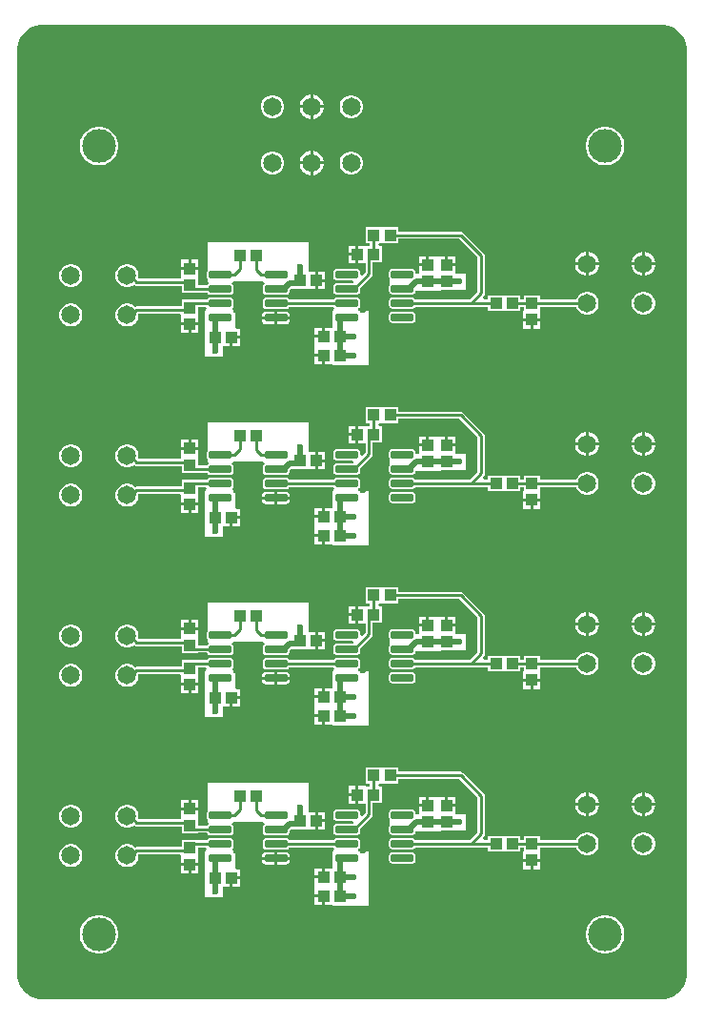
<source format=gbr>
G04*
G04 #@! TF.GenerationSoftware,Altium Limited,Altium Designer,25.1.2 (22)*
G04*
G04 Layer_Physical_Order=1*
G04 Layer_Color=255*
%FSLAX25Y25*%
%MOIN*%
G70*
G04*
G04 #@! TF.SameCoordinates,A5DCB332-85D3-4D93-9494-DFC79FD2F11A*
G04*
G04*
G04 #@! TF.FilePolarity,Positive*
G04*
G01*
G75*
%ADD12C,0.01000*%
%ADD14R,0.04095X0.04016*%
G04:AMPARAMS|DCode=15|XSize=77.56mil|YSize=23.62mil|CornerRadius=2.95mil|HoleSize=0mil|Usage=FLASHONLY|Rotation=0.000|XOffset=0mil|YOffset=0mil|HoleType=Round|Shape=RoundedRectangle|*
%AMROUNDEDRECTD15*
21,1,0.07756,0.01772,0,0,0.0*
21,1,0.07165,0.02362,0,0,0.0*
1,1,0.00591,0.03583,-0.00886*
1,1,0.00591,-0.03583,-0.00886*
1,1,0.00591,-0.03583,0.00886*
1,1,0.00591,0.03583,0.00886*
%
%ADD15ROUNDEDRECTD15*%
%ADD16R,0.04016X0.04095*%
%ADD23C,0.01968*%
%ADD24C,0.11811*%
%ADD25C,0.06496*%
%ADD26C,0.02362*%
G36*
X228903Y341364D02*
X230577Y340670D01*
X232083Y339664D01*
X233364Y338383D01*
X234371Y336876D01*
X235064Y335202D01*
X235418Y333425D01*
Y332520D01*
Y10000D01*
Y9094D01*
X235064Y7317D01*
X234371Y5644D01*
X233364Y4137D01*
X232083Y2856D01*
X230577Y1850D01*
X228903Y1156D01*
X227126Y803D01*
X9094D01*
X7317Y1156D01*
X5644Y1850D01*
X4137Y2856D01*
X2856Y4137D01*
X1850Y5644D01*
X1156Y7317D01*
X803Y9094D01*
Y10000D01*
Y25984D01*
Y332520D01*
Y333426D01*
X1156Y335202D01*
X1850Y336876D01*
X2856Y338383D01*
X4137Y339664D01*
X5644Y340670D01*
X7317Y341364D01*
X9094Y341717D01*
X227126D01*
X228903Y341364D01*
D02*
G37*
%LPC*%
G36*
X104595Y317240D02*
X104535D01*
Y313492D01*
X108283D01*
Y313551D01*
X107994Y314632D01*
X107435Y315600D01*
X106644Y316391D01*
X105675Y316951D01*
X104595Y317240D01*
D02*
G37*
G36*
X103535D02*
X103476D01*
X102396Y316951D01*
X101427Y316391D01*
X100636Y315600D01*
X100077Y314632D01*
X99787Y313551D01*
Y313492D01*
X103535D01*
Y317240D01*
D02*
G37*
G36*
X118346Y317028D02*
X117284D01*
X116257Y316753D01*
X115337Y316221D01*
X114586Y315470D01*
X114055Y314550D01*
X113779Y313523D01*
Y312461D01*
X114055Y311435D01*
X114586Y310514D01*
X115337Y309763D01*
X116257Y309232D01*
X117284Y308957D01*
X118346D01*
X119373Y309232D01*
X120293Y309763D01*
X121044Y310514D01*
X121575Y311435D01*
X121850Y312461D01*
Y313523D01*
X121575Y314550D01*
X121044Y315470D01*
X120293Y316221D01*
X119373Y316753D01*
X118346Y317028D01*
D02*
G37*
G36*
X90787D02*
X89725D01*
X88698Y316753D01*
X87778Y316221D01*
X87027Y315470D01*
X86496Y314550D01*
X86221Y313523D01*
Y312461D01*
X86496Y311435D01*
X87027Y310514D01*
X87778Y309763D01*
X88698Y309232D01*
X89725Y308957D01*
X90787D01*
X91813Y309232D01*
X92734Y309763D01*
X93485Y310514D01*
X94016Y311435D01*
X94291Y312461D01*
Y313523D01*
X94016Y314550D01*
X93485Y315470D01*
X92734Y316221D01*
X91813Y316753D01*
X90787Y317028D01*
D02*
G37*
G36*
X108283Y312492D02*
X104535D01*
Y308744D01*
X104595D01*
X105675Y309034D01*
X106644Y309593D01*
X107435Y310384D01*
X107994Y311352D01*
X108283Y312433D01*
Y312492D01*
D02*
G37*
G36*
X103535D02*
X99787D01*
Y312433D01*
X100077Y311352D01*
X100636Y310384D01*
X101427Y309593D01*
X102396Y309034D01*
X103476Y308744D01*
X103535D01*
Y312492D01*
D02*
G37*
G36*
X104595Y297555D02*
X104535D01*
Y293807D01*
X108283D01*
Y293866D01*
X107994Y294947D01*
X107435Y295915D01*
X106644Y296706D01*
X105675Y297266D01*
X104595Y297555D01*
D02*
G37*
G36*
X103535D02*
X103476D01*
X102396Y297266D01*
X101427Y296706D01*
X100636Y295915D01*
X100077Y294947D01*
X99787Y293866D01*
Y293807D01*
X103535D01*
Y297555D01*
D02*
G37*
G36*
X207352Y305906D02*
X206034D01*
X204741Y305648D01*
X203523Y305144D01*
X202426Y304411D01*
X201494Y303479D01*
X200762Y302383D01*
X200257Y301165D01*
X200000Y299872D01*
Y298553D01*
X200257Y297260D01*
X200762Y296042D01*
X201494Y294946D01*
X202426Y294014D01*
X203523Y293281D01*
X204741Y292777D01*
X206034Y292520D01*
X207352D01*
X208645Y292777D01*
X209863Y293281D01*
X210959Y294014D01*
X211892Y294946D01*
X212624Y296042D01*
X213129Y297260D01*
X213386Y298553D01*
Y299872D01*
X213129Y301165D01*
X212624Y302383D01*
X211892Y303479D01*
X210959Y304411D01*
X209863Y305144D01*
X208645Y305648D01*
X207352Y305906D01*
D02*
G37*
G36*
X30187D02*
X28868D01*
X27575Y305648D01*
X26357Y305144D01*
X25261Y304411D01*
X24329Y303479D01*
X23596Y302383D01*
X23092Y301165D01*
X22835Y299872D01*
Y298553D01*
X23092Y297260D01*
X23596Y296042D01*
X24329Y294946D01*
X25261Y294014D01*
X26357Y293281D01*
X27575Y292777D01*
X28868Y292520D01*
X30187D01*
X31480Y292777D01*
X32698Y293281D01*
X33794Y294014D01*
X34726Y294946D01*
X35459Y296042D01*
X35963Y297260D01*
X36220Y298553D01*
Y299872D01*
X35963Y301165D01*
X35459Y302383D01*
X34726Y303479D01*
X33794Y304411D01*
X32698Y305144D01*
X31480Y305648D01*
X30187Y305906D01*
D02*
G37*
G36*
X118346Y297342D02*
X117284D01*
X116257Y297067D01*
X115337Y296536D01*
X114586Y295785D01*
X114055Y294865D01*
X113779Y293838D01*
Y292776D01*
X114055Y291750D01*
X114586Y290829D01*
X115337Y290078D01*
X116257Y289547D01*
X117284Y289272D01*
X118346D01*
X119373Y289547D01*
X120293Y290078D01*
X121044Y290829D01*
X121575Y291750D01*
X121850Y292776D01*
Y293838D01*
X121575Y294865D01*
X121044Y295785D01*
X120293Y296536D01*
X119373Y297067D01*
X118346Y297342D01*
D02*
G37*
G36*
X90787D02*
X89725D01*
X88698Y297067D01*
X87778Y296536D01*
X87027Y295785D01*
X86496Y294865D01*
X86221Y293838D01*
Y292776D01*
X86496Y291750D01*
X87027Y290829D01*
X87778Y290078D01*
X88698Y289547D01*
X89725Y289272D01*
X90787D01*
X91813Y289547D01*
X92734Y290078D01*
X93485Y290829D01*
X94016Y291750D01*
X94291Y292776D01*
Y293838D01*
X94016Y294865D01*
X93485Y295785D01*
X92734Y296536D01*
X91813Y297067D01*
X90787Y297342D01*
D02*
G37*
G36*
X108283Y292807D02*
X104535D01*
Y289059D01*
X104595D01*
X105675Y289349D01*
X106644Y289908D01*
X107435Y290699D01*
X107994Y291667D01*
X108283Y292748D01*
Y292807D01*
D02*
G37*
G36*
X103535D02*
X99787D01*
Y292748D01*
X100077Y291667D01*
X100636Y290699D01*
X101427Y289908D01*
X102396Y289349D01*
X103476Y289059D01*
X103535D01*
Y292807D01*
D02*
G37*
G36*
X119343Y264425D02*
X116795D01*
Y261917D01*
X119343D01*
Y264425D01*
D02*
G37*
G36*
X220638Y262319D02*
X220579D01*
Y258571D01*
X224327D01*
Y258630D01*
X224037Y259711D01*
X223478Y260679D01*
X222687Y261470D01*
X221718Y262029D01*
X220638Y262319D01*
D02*
G37*
G36*
X200953D02*
X200894D01*
Y258571D01*
X204642D01*
Y258630D01*
X204352Y259711D01*
X203793Y260679D01*
X203002Y261470D01*
X202033Y262029D01*
X200953Y262319D01*
D02*
G37*
G36*
X219579D02*
X219519D01*
X218439Y262029D01*
X217470Y261470D01*
X216680Y260679D01*
X216120Y259711D01*
X215831Y258630D01*
Y258571D01*
X219579D01*
Y262319D01*
D02*
G37*
G36*
X199894D02*
X199834D01*
X198754Y262029D01*
X197785Y261470D01*
X196994Y260679D01*
X196435Y259711D01*
X196146Y258630D01*
Y258571D01*
X199894D01*
Y262319D01*
D02*
G37*
G36*
X119343Y260917D02*
X116795D01*
Y258410D01*
X119343D01*
Y260917D01*
D02*
G37*
G36*
X154189Y260665D02*
X151681D01*
Y258118D01*
X154189D01*
Y260665D01*
D02*
G37*
G36*
X143988D02*
X141480D01*
Y258118D01*
X143988D01*
Y260665D01*
D02*
G37*
G36*
X64425Y259484D02*
X61917D01*
Y256937D01*
X64425D01*
Y259484D01*
D02*
G37*
G36*
X60917D02*
X58410D01*
Y256937D01*
X60917D01*
Y259484D01*
D02*
G37*
G36*
X147496Y260665D02*
Y260665D01*
X147409Y260665D01*
X144988D01*
Y257618D01*
X144488D01*
Y257118D01*
X141480D01*
Y254724D01*
X140395D01*
Y255236D01*
X140311Y255659D01*
X140072Y256017D01*
X139714Y256256D01*
X139291Y256340D01*
X132126D01*
X131703Y256256D01*
X131345Y256017D01*
X131106Y255659D01*
X131022Y255236D01*
Y253465D01*
X131106Y253042D01*
X131201Y252901D01*
Y250800D01*
X131106Y250659D01*
X131022Y250236D01*
Y248465D01*
X131106Y248042D01*
X131345Y247684D01*
X131703Y247445D01*
X132126Y247361D01*
X139291D01*
X139714Y247445D01*
X140072Y247684D01*
X140311Y248042D01*
X140395Y248465D01*
Y248715D01*
X157776Y248844D01*
Y254724D01*
X154189D01*
Y257118D01*
X151181D01*
Y257618D01*
X150681D01*
Y260665D01*
X148261D01*
X148173Y260665D01*
Y260665D01*
X147496D01*
D02*
G37*
G36*
X224327Y257571D02*
X220579D01*
Y253823D01*
X220638D01*
X221718Y254112D01*
X222687Y254672D01*
X223478Y255463D01*
X224037Y256431D01*
X224327Y257512D01*
Y257571D01*
D02*
G37*
G36*
X219579D02*
X215831D01*
Y257512D01*
X216120Y256431D01*
X216680Y255463D01*
X217470Y254672D01*
X218439Y254112D01*
X219519Y253823D01*
X219579D01*
Y257571D01*
D02*
G37*
G36*
X204642D02*
X200894D01*
Y253823D01*
X200953D01*
X202033Y254112D01*
X203002Y254672D01*
X203793Y255463D01*
X204352Y256431D01*
X204642Y257512D01*
Y257571D01*
D02*
G37*
G36*
X199894D02*
X196146D01*
Y257512D01*
X196435Y256431D01*
X196994Y255463D01*
X197785Y254672D01*
X198754Y254112D01*
X199834Y253823D01*
X199894D01*
Y257571D01*
D02*
G37*
G36*
X108697Y255272D02*
X106150D01*
Y252764D01*
X108697D01*
Y255272D01*
D02*
G37*
G36*
X102953Y265650D02*
X67520D01*
Y255633D01*
X67445Y255521D01*
X67361Y255098D01*
Y253327D01*
X67445Y252904D01*
X67520Y252792D01*
Y251870D01*
X67526D01*
X67844Y251341D01*
X67418Y250722D01*
X64213D01*
Y253390D01*
X64425D01*
Y255937D01*
X61417D01*
X58410D01*
Y253390D01*
X57789Y252986D01*
X43728D01*
X43406Y253406D01*
Y254468D01*
X43130Y255495D01*
X42599Y256415D01*
X41848Y257166D01*
X40928Y257697D01*
X39901Y257972D01*
X38839D01*
X37813Y257697D01*
X36892Y257166D01*
X36141Y256415D01*
X35610Y255495D01*
X35335Y254468D01*
Y253406D01*
X35610Y252379D01*
X36141Y251459D01*
X36892Y250708D01*
X37813Y250177D01*
X38839Y249902D01*
X39901D01*
X40928Y250177D01*
X41839Y250703D01*
X42202Y250461D01*
X42704Y250361D01*
X58622D01*
Y247815D01*
X64213D01*
Y248097D01*
X67406D01*
X67445Y247904D01*
X67684Y247546D01*
X68042Y247307D01*
X68465Y247223D01*
X75630D01*
X76052Y247307D01*
X76411Y247546D01*
X76650Y247904D01*
X76734Y248327D01*
Y250098D01*
X76650Y250521D01*
X76411Y250879D01*
X76106Y251083D01*
X76098Y251140D01*
X76564Y251870D01*
X86979D01*
X87445Y251140D01*
X87438Y251083D01*
X87133Y250879D01*
X86893Y250521D01*
X86809Y250098D01*
Y248327D01*
X86893Y247904D01*
X87133Y247546D01*
X87491Y247307D01*
X87913Y247223D01*
X95079D01*
X95501Y247307D01*
X95859Y247546D01*
X96099Y247904D01*
X96183Y248327D01*
Y248648D01*
X96747Y249213D01*
X102953D01*
Y249256D01*
X105150D01*
Y252264D01*
Y255272D01*
X102953D01*
Y265650D01*
D02*
G37*
G36*
X20216Y257972D02*
X19154D01*
X18127Y257697D01*
X17207Y257166D01*
X16456Y256415D01*
X15925Y255495D01*
X15650Y254468D01*
Y253406D01*
X15925Y252379D01*
X16456Y251459D01*
X17207Y250708D01*
X18127Y250177D01*
X19154Y249902D01*
X20216D01*
X21243Y250177D01*
X22163Y250708D01*
X22914Y251459D01*
X23446Y252379D01*
X23720Y253406D01*
Y254468D01*
X23446Y255495D01*
X22914Y256415D01*
X22163Y257166D01*
X21243Y257697D01*
X20216Y257972D01*
D02*
G37*
G36*
X108697Y251764D02*
X106150D01*
Y249256D01*
X108697D01*
Y251764D01*
D02*
G37*
G36*
X128602Y270905D02*
X127815Y270905D01*
X122815D01*
Y265315D01*
X124337D01*
Y264213D01*
X122890D01*
Y264425D01*
X120343D01*
Y261417D01*
Y258410D01*
X122770D01*
Y255020D01*
X121734Y253984D01*
X120946Y254310D01*
Y255236D01*
X120862Y255659D01*
X120623Y256017D01*
X120265Y256256D01*
X119843Y256340D01*
X112677D01*
X112255Y256256D01*
X111897Y256017D01*
X111657Y255659D01*
X111573Y255236D01*
Y253465D01*
X111657Y253042D01*
X111897Y252684D01*
X112255Y252445D01*
X112677Y252361D01*
X118304D01*
X118724Y251573D01*
X118568Y251340D01*
X112677D01*
X112255Y251256D01*
X111897Y251017D01*
X111657Y250659D01*
X111573Y250236D01*
Y248465D01*
X111657Y248042D01*
X111897Y247684D01*
X112255Y247445D01*
X112677Y247361D01*
X119843D01*
X120265Y247445D01*
X120623Y247684D01*
X120862Y248042D01*
X120946Y248465D01*
Y249484D01*
X125011Y253548D01*
X125295Y253974D01*
X125395Y254476D01*
Y258622D01*
X128465D01*
Y264213D01*
X127530D01*
X127204Y265000D01*
X127519Y265315D01*
X128484Y265315D01*
X129272Y265315D01*
X134272D01*
Y266798D01*
X155559D01*
X162073Y260283D01*
Y248357D01*
X159379Y245663D01*
X140308D01*
X140072Y246017D01*
X139714Y246256D01*
X139291Y246340D01*
X132126D01*
X131703Y246256D01*
X131345Y246017D01*
X131106Y245659D01*
X131022Y245236D01*
Y243465D01*
X131106Y243042D01*
X131345Y242684D01*
X131703Y242445D01*
X132126Y242361D01*
X139291D01*
X139714Y242445D01*
X140072Y242684D01*
X140308Y243038D01*
X165630D01*
Y241496D01*
X170630D01*
X171299Y241496D01*
X172087Y241496D01*
X177087D01*
Y242979D01*
X178209D01*
Y241492D01*
X177996D01*
Y238945D01*
X181004D01*
X184012D01*
Y241492D01*
X183799D01*
Y242979D01*
X196568D01*
X196633Y242734D01*
X197165Y241813D01*
X197916Y241062D01*
X198836Y240531D01*
X199862Y240256D01*
X200925D01*
X201951Y240531D01*
X202871Y241062D01*
X203623Y241813D01*
X204154Y242734D01*
X204429Y243760D01*
Y244823D01*
X204154Y245849D01*
X203623Y246769D01*
X202871Y247520D01*
X201951Y248052D01*
X200925Y248327D01*
X199862D01*
X198836Y248052D01*
X197916Y247520D01*
X197165Y246769D01*
X196633Y245849D01*
X196568Y245604D01*
X183799D01*
Y247067D01*
X178209D01*
Y245604D01*
X177087D01*
Y247087D01*
X172087D01*
X171417Y247087D01*
X170630Y247087D01*
X165630D01*
Y245663D01*
X164121D01*
X163819Y246391D01*
X164314Y246885D01*
X164599Y247311D01*
X164699Y247813D01*
Y260827D01*
X164599Y261329D01*
X164314Y261755D01*
X157030Y269038D01*
X156605Y269323D01*
X156102Y269423D01*
X134272D01*
Y270905D01*
X129272D01*
X128602Y270905D01*
D02*
G37*
G36*
X119843Y246340D02*
X112677D01*
X112255Y246256D01*
X111897Y246017D01*
X111657Y245659D01*
X111644Y245594D01*
X96050D01*
X95859Y245879D01*
X95501Y246118D01*
X95079Y246202D01*
X87913D01*
X87491Y246118D01*
X87133Y245879D01*
X86893Y245521D01*
X86809Y245098D01*
Y243327D01*
X86893Y242904D01*
X87133Y242546D01*
X87491Y242307D01*
X87913Y242223D01*
X95079D01*
X95501Y242307D01*
X95859Y242546D01*
X96099Y242904D01*
X96111Y242969D01*
X111549D01*
X111981Y242520D01*
X111753Y241732D01*
X111221D01*
Y236455D01*
X111177Y235685D01*
X108630D01*
Y232677D01*
X108130D01*
Y232177D01*
X105083D01*
Y229669D01*
X105083D01*
Y228992D01*
X105083D01*
Y226484D01*
X108130D01*
Y225984D01*
X108630D01*
Y222976D01*
X111177D01*
X111221Y222638D01*
X124016D01*
Y241732D01*
X120508D01*
X120398Y242056D01*
X120377Y242520D01*
X120623Y242684D01*
X120862Y243042D01*
X120946Y243465D01*
Y245236D01*
X120862Y245659D01*
X120623Y246017D01*
X120265Y246256D01*
X119843Y246340D01*
D02*
G37*
G36*
X75630Y246202D02*
X68465D01*
X68042Y246118D01*
X67684Y245879D01*
X67448Y245525D01*
X64213D01*
Y245590D01*
X58622D01*
Y243143D01*
X42531D01*
X42164Y243070D01*
X41848Y243387D01*
X40928Y243918D01*
X39901Y244193D01*
X38839D01*
X37813Y243918D01*
X36892Y243387D01*
X36141Y242635D01*
X35610Y241715D01*
X35335Y240689D01*
Y239626D01*
X35610Y238600D01*
X36141Y237680D01*
X36892Y236928D01*
X37813Y236397D01*
X38839Y236122D01*
X39901D01*
X40928Y236397D01*
X41848Y236928D01*
X42599Y237680D01*
X43130Y238600D01*
X43406Y239626D01*
Y240518D01*
X57830D01*
X58410Y240016D01*
Y237469D01*
X61417D01*
X64425D01*
Y240016D01*
X64213D01*
Y242900D01*
X67095D01*
X67375Y242520D01*
X66978Y241732D01*
X66634D01*
Y225590D01*
X72933D01*
Y229276D01*
X75425D01*
Y232283D01*
X75925D01*
Y232783D01*
X78972D01*
Y235291D01*
X77969D01*
X77362Y235728D01*
Y241732D01*
X76610D01*
X76371Y242520D01*
X76411Y242546D01*
X76650Y242904D01*
X76734Y243327D01*
Y245098D01*
X76650Y245521D01*
X76411Y245879D01*
X76052Y246118D01*
X75630Y246202D01*
D02*
G37*
G36*
X220610Y248327D02*
X219548D01*
X218521Y248052D01*
X217601Y247520D01*
X216850Y246769D01*
X216318Y245849D01*
X216043Y244823D01*
Y243760D01*
X216318Y242734D01*
X216850Y241813D01*
X217601Y241062D01*
X218521Y240531D01*
X219548Y240256D01*
X220610D01*
X221636Y240531D01*
X222557Y241062D01*
X223308Y241813D01*
X223839Y242734D01*
X224114Y243760D01*
Y244823D01*
X223839Y245849D01*
X223308Y246769D01*
X222557Y247520D01*
X221636Y248052D01*
X220610Y248327D01*
D02*
G37*
G36*
X95079Y241419D02*
X91996D01*
Y239713D01*
X96399D01*
Y240098D01*
X96299Y240604D01*
X96013Y241032D01*
X95584Y241319D01*
X95079Y241419D01*
D02*
G37*
G36*
X90996D02*
X87913D01*
X87408Y241319D01*
X86980Y241032D01*
X86693Y240604D01*
X86593Y240098D01*
Y239713D01*
X90996D01*
Y241419D01*
D02*
G37*
G36*
X139291Y241340D02*
X132126D01*
X131703Y241256D01*
X131345Y241017D01*
X131106Y240659D01*
X131022Y240236D01*
Y238465D01*
X131106Y238042D01*
X131345Y237684D01*
X131703Y237445D01*
X132126Y237361D01*
X139291D01*
X139714Y237445D01*
X140072Y237684D01*
X140311Y238042D01*
X140395Y238465D01*
Y240236D01*
X140311Y240659D01*
X140072Y241017D01*
X139714Y241256D01*
X139291Y241340D01*
D02*
G37*
G36*
X96399Y238713D02*
X91996D01*
Y237006D01*
X95079D01*
X95584Y237107D01*
X96013Y237393D01*
X96299Y237821D01*
X96399Y238327D01*
Y238713D01*
D02*
G37*
G36*
X90996D02*
X86593D01*
Y238327D01*
X86693Y237821D01*
X86980Y237393D01*
X87408Y237107D01*
X87913Y237006D01*
X90996D01*
Y238713D01*
D02*
G37*
G36*
X20216Y244193D02*
X19154D01*
X18127Y243918D01*
X17207Y243387D01*
X16456Y242635D01*
X15925Y241715D01*
X15650Y240689D01*
Y239626D01*
X15925Y238600D01*
X16456Y237680D01*
X17207Y236928D01*
X18127Y236397D01*
X19154Y236122D01*
X20216D01*
X21243Y236397D01*
X22163Y236928D01*
X22914Y237680D01*
X23446Y238600D01*
X23720Y239626D01*
Y240689D01*
X23446Y241715D01*
X22914Y242635D01*
X22163Y243387D01*
X21243Y243918D01*
X20216Y244193D01*
D02*
G37*
G36*
X184012Y237945D02*
X181504D01*
Y235398D01*
X184012D01*
Y237945D01*
D02*
G37*
G36*
X180504D02*
X177996D01*
Y235398D01*
X180504D01*
Y237945D01*
D02*
G37*
G36*
X64425Y236469D02*
X61917D01*
Y233921D01*
X64425D01*
Y236469D01*
D02*
G37*
G36*
X60917D02*
X58410D01*
Y233921D01*
X60917D01*
Y236469D01*
D02*
G37*
G36*
X107630Y235685D02*
X105083D01*
Y233177D01*
X107630D01*
Y235685D01*
D02*
G37*
G36*
X78972Y231783D02*
X76425D01*
Y229276D01*
X78972D01*
Y231783D01*
D02*
G37*
G36*
X107630Y225484D02*
X105083D01*
Y222976D01*
X107630D01*
Y225484D01*
D02*
G37*
G36*
X119343Y201433D02*
X116795D01*
Y198925D01*
X119343D01*
Y201433D01*
D02*
G37*
G36*
X220638Y199327D02*
X220579D01*
Y195579D01*
X224327D01*
Y195638D01*
X224037Y196718D01*
X223478Y197687D01*
X222687Y198478D01*
X221718Y199037D01*
X220638Y199327D01*
D02*
G37*
G36*
X200953D02*
X200894D01*
Y195579D01*
X204642D01*
Y195638D01*
X204352Y196718D01*
X203793Y197687D01*
X203002Y198478D01*
X202033Y199037D01*
X200953Y199327D01*
D02*
G37*
G36*
X219579D02*
X219519D01*
X218439Y199037D01*
X217470Y198478D01*
X216680Y197687D01*
X216120Y196718D01*
X215831Y195638D01*
Y195579D01*
X219579D01*
Y199327D01*
D02*
G37*
G36*
X199894D02*
X199834D01*
X198754Y199037D01*
X197785Y198478D01*
X196994Y197687D01*
X196435Y196718D01*
X196146Y195638D01*
Y195579D01*
X199894D01*
Y199327D01*
D02*
G37*
G36*
X119343Y197925D02*
X116795D01*
Y195417D01*
X119343D01*
Y197925D01*
D02*
G37*
G36*
X154189Y197673D02*
X151681D01*
Y195126D01*
X154189D01*
Y197673D01*
D02*
G37*
G36*
X143988D02*
X141480D01*
Y195126D01*
X143988D01*
Y197673D01*
D02*
G37*
G36*
X64425Y196492D02*
X61917D01*
Y193945D01*
X64425D01*
Y196492D01*
D02*
G37*
G36*
X60917D02*
X58410D01*
Y193945D01*
X60917D01*
Y196492D01*
D02*
G37*
G36*
X147496Y197673D02*
Y197673D01*
X147409Y197673D01*
X144988D01*
Y194626D01*
X144488D01*
Y194126D01*
X141480D01*
Y191732D01*
X140395D01*
Y192244D01*
X140311Y192666D01*
X140072Y193025D01*
X139714Y193264D01*
X139291Y193348D01*
X132126D01*
X131703Y193264D01*
X131345Y193025D01*
X131106Y192666D01*
X131022Y192244D01*
Y190472D01*
X131106Y190050D01*
X131201Y189908D01*
Y187808D01*
X131106Y187666D01*
X131022Y187244D01*
Y185472D01*
X131106Y185050D01*
X131345Y184692D01*
X131703Y184453D01*
X132126Y184369D01*
X139291D01*
X139714Y184453D01*
X140072Y184692D01*
X140311Y185050D01*
X140395Y185472D01*
Y185723D01*
X157776Y185852D01*
Y191732D01*
X154189D01*
Y194126D01*
X151181D01*
Y194626D01*
X150681D01*
Y197673D01*
X148261D01*
X148173Y197673D01*
Y197673D01*
X147496D01*
D02*
G37*
G36*
X224327Y194579D02*
X220579D01*
Y190831D01*
X220638D01*
X221718Y191120D01*
X222687Y191680D01*
X223478Y192470D01*
X224037Y193439D01*
X224327Y194519D01*
Y194579D01*
D02*
G37*
G36*
X219579D02*
X215831D01*
Y194519D01*
X216120Y193439D01*
X216680Y192470D01*
X217470Y191680D01*
X218439Y191120D01*
X219519Y190831D01*
X219579D01*
Y194579D01*
D02*
G37*
G36*
X204642D02*
X200894D01*
Y190831D01*
X200953D01*
X202033Y191120D01*
X203002Y191680D01*
X203793Y192470D01*
X204352Y193439D01*
X204642Y194519D01*
Y194579D01*
D02*
G37*
G36*
X199894D02*
X196146D01*
Y194519D01*
X196435Y193439D01*
X196994Y192470D01*
X197785Y191680D01*
X198754Y191120D01*
X199834Y190831D01*
X199894D01*
Y194579D01*
D02*
G37*
G36*
X108697Y192280D02*
X106150D01*
Y189772D01*
X108697D01*
Y192280D01*
D02*
G37*
G36*
X102953Y202658D02*
X67520D01*
Y192641D01*
X67445Y192529D01*
X67361Y192106D01*
Y190335D01*
X67445Y189912D01*
X67520Y189800D01*
Y188878D01*
X67526D01*
X67844Y188349D01*
X67418Y187730D01*
X64213D01*
Y190398D01*
X64425D01*
Y192945D01*
X61417D01*
X58410D01*
Y190398D01*
X57789Y189994D01*
X43728D01*
X43406Y190414D01*
Y191476D01*
X43130Y192502D01*
X42599Y193423D01*
X41848Y194174D01*
X40928Y194705D01*
X39901Y194980D01*
X38839D01*
X37813Y194705D01*
X36892Y194174D01*
X36141Y193423D01*
X35610Y192502D01*
X35335Y191476D01*
Y190414D01*
X35610Y189387D01*
X36141Y188467D01*
X36892Y187716D01*
X37813Y187184D01*
X38839Y186909D01*
X39901D01*
X40928Y187184D01*
X41839Y187711D01*
X42202Y187468D01*
X42704Y187369D01*
X58622D01*
Y184823D01*
X64213D01*
Y185105D01*
X67406D01*
X67445Y184912D01*
X67684Y184554D01*
X68042Y184315D01*
X68465Y184231D01*
X75630D01*
X76052Y184315D01*
X76411Y184554D01*
X76650Y184912D01*
X76734Y185335D01*
Y187106D01*
X76650Y187529D01*
X76411Y187887D01*
X76106Y188091D01*
X76098Y188148D01*
X76564Y188878D01*
X86979D01*
X87445Y188148D01*
X87438Y188091D01*
X87133Y187887D01*
X86893Y187529D01*
X86809Y187106D01*
Y185335D01*
X86893Y184912D01*
X87133Y184554D01*
X87491Y184315D01*
X87913Y184231D01*
X95079D01*
X95501Y184315D01*
X95859Y184554D01*
X96099Y184912D01*
X96183Y185335D01*
Y185656D01*
X96747Y186221D01*
X102953D01*
Y186264D01*
X105150D01*
Y189272D01*
Y192280D01*
X102953D01*
Y202658D01*
D02*
G37*
G36*
X20216Y194980D02*
X19154D01*
X18127Y194705D01*
X17207Y194174D01*
X16456Y193423D01*
X15925Y192502D01*
X15650Y191476D01*
Y190414D01*
X15925Y189387D01*
X16456Y188467D01*
X17207Y187716D01*
X18127Y187184D01*
X19154Y186909D01*
X20216D01*
X21243Y187184D01*
X22163Y187716D01*
X22914Y188467D01*
X23446Y189387D01*
X23720Y190414D01*
Y191476D01*
X23446Y192502D01*
X22914Y193423D01*
X22163Y194174D01*
X21243Y194705D01*
X20216Y194980D01*
D02*
G37*
G36*
X108697Y188772D02*
X106150D01*
Y186264D01*
X108697D01*
Y188772D01*
D02*
G37*
G36*
X128602Y207913D02*
X127815Y207913D01*
X122815D01*
Y202323D01*
X124337D01*
Y201220D01*
X122890D01*
Y201433D01*
X120343D01*
Y198425D01*
Y195417D01*
X122770D01*
Y192028D01*
X121734Y190992D01*
X120946Y191318D01*
Y192244D01*
X120862Y192666D01*
X120623Y193025D01*
X120265Y193264D01*
X119843Y193348D01*
X112677D01*
X112255Y193264D01*
X111897Y193025D01*
X111657Y192666D01*
X111573Y192244D01*
Y190472D01*
X111657Y190050D01*
X111897Y189692D01*
X112255Y189453D01*
X112677Y189369D01*
X118304D01*
X118724Y188581D01*
X118568Y188348D01*
X112677D01*
X112255Y188264D01*
X111897Y188025D01*
X111657Y187666D01*
X111573Y187244D01*
Y185472D01*
X111657Y185050D01*
X111897Y184692D01*
X112255Y184453D01*
X112677Y184369D01*
X119843D01*
X120265Y184453D01*
X120623Y184692D01*
X120862Y185050D01*
X120946Y185472D01*
Y186492D01*
X125011Y190556D01*
X125295Y190982D01*
X125395Y191484D01*
Y195630D01*
X128465D01*
Y201220D01*
X127530D01*
X127204Y202008D01*
X127519Y202323D01*
X128484Y202323D01*
X129272Y202323D01*
X134272D01*
Y203805D01*
X155559D01*
X162073Y197291D01*
Y185365D01*
X159379Y182671D01*
X140308D01*
X140072Y183025D01*
X139714Y183264D01*
X139291Y183348D01*
X132126D01*
X131703Y183264D01*
X131345Y183025D01*
X131106Y182667D01*
X131022Y182244D01*
Y180472D01*
X131106Y180050D01*
X131345Y179692D01*
X131703Y179453D01*
X132126Y179369D01*
X139291D01*
X139714Y179453D01*
X140072Y179692D01*
X140308Y180046D01*
X165630D01*
Y178504D01*
X170630D01*
X171299Y178504D01*
X172087Y178504D01*
X177087D01*
Y179987D01*
X178209D01*
Y178500D01*
X177996D01*
Y175953D01*
X181004D01*
X184012D01*
Y178500D01*
X183799D01*
Y179987D01*
X196568D01*
X196633Y179742D01*
X197165Y178821D01*
X197916Y178070D01*
X198836Y177539D01*
X199862Y177264D01*
X200925D01*
X201951Y177539D01*
X202871Y178070D01*
X203623Y178821D01*
X204154Y179742D01*
X204429Y180768D01*
Y181831D01*
X204154Y182857D01*
X203623Y183777D01*
X202871Y184528D01*
X201951Y185060D01*
X200925Y185335D01*
X199862D01*
X198836Y185060D01*
X197916Y184528D01*
X197165Y183777D01*
X196633Y182857D01*
X196568Y182612D01*
X183799D01*
Y184075D01*
X178209D01*
Y182612D01*
X177087D01*
Y184095D01*
X172087D01*
X171417Y184095D01*
X170630Y184095D01*
X165630D01*
Y182671D01*
X164121D01*
X163819Y183398D01*
X164314Y183893D01*
X164599Y184319D01*
X164699Y184821D01*
Y197835D01*
X164599Y198337D01*
X164314Y198763D01*
X157030Y206046D01*
X156605Y206331D01*
X156102Y206431D01*
X134272D01*
Y207913D01*
X129272D01*
X128602Y207913D01*
D02*
G37*
G36*
X119843Y183348D02*
X112677D01*
X112255Y183264D01*
X111897Y183025D01*
X111657Y182667D01*
X111644Y182602D01*
X96050D01*
X95859Y182887D01*
X95501Y183126D01*
X95079Y183210D01*
X87913D01*
X87491Y183126D01*
X87133Y182887D01*
X86893Y182529D01*
X86809Y182106D01*
Y180335D01*
X86893Y179912D01*
X87133Y179554D01*
X87491Y179315D01*
X87913Y179231D01*
X95079D01*
X95501Y179315D01*
X95859Y179554D01*
X96099Y179912D01*
X96111Y179977D01*
X111549D01*
X111981Y179527D01*
X111753Y178740D01*
X111221D01*
Y173462D01*
X111177Y172693D01*
X108630D01*
Y169685D01*
X108130D01*
Y169185D01*
X105083D01*
Y166677D01*
X105083D01*
Y166000D01*
X105083D01*
Y163492D01*
X108130D01*
Y162992D01*
X108630D01*
Y159984D01*
X111177D01*
X111221Y159646D01*
X124016D01*
Y178740D01*
X120508D01*
X120398Y179063D01*
X120377Y179527D01*
X120623Y179692D01*
X120862Y180050D01*
X120946Y180472D01*
Y182244D01*
X120862Y182667D01*
X120623Y183025D01*
X120265Y183264D01*
X119843Y183348D01*
D02*
G37*
G36*
X75630Y183210D02*
X68465D01*
X68042Y183126D01*
X67684Y182887D01*
X67448Y182533D01*
X64213D01*
Y182598D01*
X58622D01*
Y180151D01*
X42531D01*
X42164Y180078D01*
X41848Y180394D01*
X40928Y180926D01*
X39901Y181201D01*
X38839D01*
X37813Y180926D01*
X36892Y180394D01*
X36141Y179643D01*
X35610Y178723D01*
X35335Y177697D01*
Y176634D01*
X35610Y175608D01*
X36141Y174688D01*
X36892Y173936D01*
X37813Y173405D01*
X38839Y173130D01*
X39901D01*
X40928Y173405D01*
X41848Y173936D01*
X42599Y174688D01*
X43130Y175608D01*
X43406Y176634D01*
Y177526D01*
X57830D01*
X58410Y177024D01*
Y174476D01*
X61417D01*
X64425D01*
Y177024D01*
X64213D01*
Y179908D01*
X67095D01*
X67375Y179527D01*
X66978Y178740D01*
X66634D01*
Y162598D01*
X72933D01*
Y166284D01*
X75425D01*
Y169291D01*
X75925D01*
Y169791D01*
X78972D01*
Y172299D01*
X77969D01*
X77362Y172736D01*
Y178740D01*
X76610D01*
X76371Y179527D01*
X76411Y179554D01*
X76650Y179912D01*
X76734Y180335D01*
Y182106D01*
X76650Y182529D01*
X76411Y182887D01*
X76052Y183126D01*
X75630Y183210D01*
D02*
G37*
G36*
X220610Y185335D02*
X219548D01*
X218521Y185060D01*
X217601Y184528D01*
X216850Y183777D01*
X216318Y182857D01*
X216043Y181831D01*
Y180768D01*
X216318Y179742D01*
X216850Y178821D01*
X217601Y178070D01*
X218521Y177539D01*
X219548Y177264D01*
X220610D01*
X221636Y177539D01*
X222557Y178070D01*
X223308Y178821D01*
X223839Y179742D01*
X224114Y180768D01*
Y181831D01*
X223839Y182857D01*
X223308Y183777D01*
X222557Y184528D01*
X221636Y185060D01*
X220610Y185335D01*
D02*
G37*
G36*
X95079Y178427D02*
X91996D01*
Y176720D01*
X96399D01*
Y177106D01*
X96299Y177612D01*
X96013Y178040D01*
X95584Y178326D01*
X95079Y178427D01*
D02*
G37*
G36*
X90996D02*
X87913D01*
X87408Y178326D01*
X86980Y178040D01*
X86693Y177612D01*
X86593Y177106D01*
Y176720D01*
X90996D01*
Y178427D01*
D02*
G37*
G36*
X139291Y178348D02*
X132126D01*
X131703Y178264D01*
X131345Y178025D01*
X131106Y177666D01*
X131022Y177244D01*
Y175472D01*
X131106Y175050D01*
X131345Y174692D01*
X131703Y174453D01*
X132126Y174369D01*
X139291D01*
X139714Y174453D01*
X140072Y174692D01*
X140311Y175050D01*
X140395Y175472D01*
Y177244D01*
X140311Y177666D01*
X140072Y178025D01*
X139714Y178264D01*
X139291Y178348D01*
D02*
G37*
G36*
X96399Y175721D02*
X91996D01*
Y174014D01*
X95079D01*
X95584Y174115D01*
X96013Y174401D01*
X96299Y174829D01*
X96399Y175335D01*
Y175721D01*
D02*
G37*
G36*
X90996D02*
X86593D01*
Y175335D01*
X86693Y174829D01*
X86980Y174401D01*
X87408Y174115D01*
X87913Y174014D01*
X90996D01*
Y175721D01*
D02*
G37*
G36*
X20216Y181201D02*
X19154D01*
X18127Y180926D01*
X17207Y180394D01*
X16456Y179643D01*
X15925Y178723D01*
X15650Y177697D01*
Y176634D01*
X15925Y175608D01*
X16456Y174688D01*
X17207Y173936D01*
X18127Y173405D01*
X19154Y173130D01*
X20216D01*
X21243Y173405D01*
X22163Y173936D01*
X22914Y174688D01*
X23446Y175608D01*
X23720Y176634D01*
Y177697D01*
X23446Y178723D01*
X22914Y179643D01*
X22163Y180394D01*
X21243Y180926D01*
X20216Y181201D01*
D02*
G37*
G36*
X184012Y174953D02*
X181504D01*
Y172406D01*
X184012D01*
Y174953D01*
D02*
G37*
G36*
X180504D02*
X177996D01*
Y172406D01*
X180504D01*
Y174953D01*
D02*
G37*
G36*
X64425Y173476D02*
X61917D01*
Y170929D01*
X64425D01*
Y173476D01*
D02*
G37*
G36*
X60917D02*
X58410D01*
Y170929D01*
X60917D01*
Y173476D01*
D02*
G37*
G36*
X107630Y172693D02*
X105083D01*
Y170185D01*
X107630D01*
Y172693D01*
D02*
G37*
G36*
X78972Y168791D02*
X76425D01*
Y166284D01*
X78972D01*
Y168791D01*
D02*
G37*
G36*
X107630Y162492D02*
X105083D01*
Y159984D01*
X107630D01*
Y162492D01*
D02*
G37*
G36*
X119343Y138441D02*
X116795D01*
Y135933D01*
X119343D01*
Y138441D01*
D02*
G37*
G36*
X220638Y136335D02*
X220579D01*
Y132587D01*
X224327D01*
Y132646D01*
X224037Y133726D01*
X223478Y134695D01*
X222687Y135486D01*
X221718Y136045D01*
X220638Y136335D01*
D02*
G37*
G36*
X200953D02*
X200894D01*
Y132587D01*
X204642D01*
Y132646D01*
X204352Y133726D01*
X203793Y134695D01*
X203002Y135486D01*
X202033Y136045D01*
X200953Y136335D01*
D02*
G37*
G36*
X219579D02*
X219519D01*
X218439Y136045D01*
X217470Y135486D01*
X216680Y134695D01*
X216120Y133726D01*
X215831Y132646D01*
Y132587D01*
X219579D01*
Y136335D01*
D02*
G37*
G36*
X199894D02*
X199834D01*
X198754Y136045D01*
X197785Y135486D01*
X196994Y134695D01*
X196435Y133726D01*
X196146Y132646D01*
Y132587D01*
X199894D01*
Y136335D01*
D02*
G37*
G36*
X119343Y134933D02*
X116795D01*
Y132425D01*
X119343D01*
Y134933D01*
D02*
G37*
G36*
X154189Y134681D02*
X151681D01*
Y132134D01*
X154189D01*
Y134681D01*
D02*
G37*
G36*
X143988D02*
X141480D01*
Y132134D01*
X143988D01*
Y134681D01*
D02*
G37*
G36*
X64425Y133500D02*
X61917D01*
Y130953D01*
X64425D01*
Y133500D01*
D02*
G37*
G36*
X60917D02*
X58410D01*
Y130953D01*
X60917D01*
Y133500D01*
D02*
G37*
G36*
X147496Y134681D02*
Y134681D01*
X147409Y134681D01*
X144988D01*
Y131634D01*
X144488D01*
Y131134D01*
X141480D01*
Y128740D01*
X140395D01*
Y129252D01*
X140311Y129674D01*
X140072Y130033D01*
X139714Y130272D01*
X139291Y130356D01*
X132126D01*
X131703Y130272D01*
X131345Y130033D01*
X131106Y129674D01*
X131022Y129252D01*
Y127480D01*
X131106Y127058D01*
X131201Y126916D01*
Y124816D01*
X131106Y124674D01*
X131022Y124252D01*
Y122480D01*
X131106Y122058D01*
X131345Y121700D01*
X131703Y121460D01*
X132126Y121376D01*
X139291D01*
X139714Y121460D01*
X140072Y121700D01*
X140311Y122058D01*
X140395Y122480D01*
Y122731D01*
X157776Y122859D01*
Y128740D01*
X154189D01*
Y131134D01*
X151181D01*
Y131634D01*
X150681D01*
Y134681D01*
X148261D01*
X148173Y134681D01*
Y134681D01*
X147496D01*
D02*
G37*
G36*
X224327Y131587D02*
X220579D01*
Y127839D01*
X220638D01*
X221718Y128128D01*
X222687Y128687D01*
X223478Y129478D01*
X224037Y130447D01*
X224327Y131527D01*
Y131587D01*
D02*
G37*
G36*
X219579D02*
X215831D01*
Y131527D01*
X216120Y130447D01*
X216680Y129478D01*
X217470Y128687D01*
X218439Y128128D01*
X219519Y127839D01*
X219579D01*
Y131587D01*
D02*
G37*
G36*
X204642D02*
X200894D01*
Y127839D01*
X200953D01*
X202033Y128128D01*
X203002Y128687D01*
X203793Y129478D01*
X204352Y130447D01*
X204642Y131527D01*
Y131587D01*
D02*
G37*
G36*
X199894D02*
X196146D01*
Y131527D01*
X196435Y130447D01*
X196994Y129478D01*
X197785Y128687D01*
X198754Y128128D01*
X199834Y127839D01*
X199894D01*
Y131587D01*
D02*
G37*
G36*
X108697Y129287D02*
X106150D01*
Y126779D01*
X108697D01*
Y129287D01*
D02*
G37*
G36*
X102953Y139665D02*
X67520D01*
Y129649D01*
X67445Y129537D01*
X67361Y129114D01*
Y127342D01*
X67445Y126920D01*
X67520Y126808D01*
Y125886D01*
X67526D01*
X67844Y125357D01*
X67418Y124738D01*
X64213D01*
Y127406D01*
X64425D01*
Y129953D01*
X61417D01*
X58410D01*
Y127406D01*
X57789Y127002D01*
X43728D01*
X43406Y127421D01*
Y128484D01*
X43130Y129510D01*
X42599Y130431D01*
X41848Y131182D01*
X40928Y131713D01*
X39901Y131988D01*
X38839D01*
X37813Y131713D01*
X36892Y131182D01*
X36141Y130431D01*
X35610Y129510D01*
X35335Y128484D01*
Y127421D01*
X35610Y126395D01*
X36141Y125475D01*
X36892Y124724D01*
X37813Y124192D01*
X38839Y123917D01*
X39901D01*
X40928Y124192D01*
X41839Y124718D01*
X42202Y124476D01*
X42704Y124376D01*
X58622D01*
Y121831D01*
X64213D01*
Y122113D01*
X67406D01*
X67445Y121920D01*
X67684Y121562D01*
X68042Y121323D01*
X68465Y121239D01*
X75630D01*
X76052Y121323D01*
X76411Y121562D01*
X76650Y121920D01*
X76734Y122343D01*
Y124114D01*
X76650Y124537D01*
X76411Y124895D01*
X76106Y125098D01*
X76098Y125156D01*
X76564Y125886D01*
X86979D01*
X87445Y125156D01*
X87438Y125098D01*
X87133Y124895D01*
X86893Y124537D01*
X86809Y124114D01*
Y122343D01*
X86893Y121920D01*
X87133Y121562D01*
X87491Y121323D01*
X87913Y121239D01*
X95079D01*
X95501Y121323D01*
X95859Y121562D01*
X96099Y121920D01*
X96183Y122343D01*
Y122663D01*
X96747Y123228D01*
X102953D01*
Y123272D01*
X105150D01*
Y126279D01*
Y129287D01*
X102953D01*
Y139665D01*
D02*
G37*
G36*
X20216Y131988D02*
X19154D01*
X18127Y131713D01*
X17207Y131182D01*
X16456Y130431D01*
X15925Y129510D01*
X15650Y128484D01*
Y127421D01*
X15925Y126395D01*
X16456Y125475D01*
X17207Y124724D01*
X18127Y124192D01*
X19154Y123917D01*
X20216D01*
X21243Y124192D01*
X22163Y124724D01*
X22914Y125475D01*
X23446Y126395D01*
X23720Y127421D01*
Y128484D01*
X23446Y129510D01*
X22914Y130431D01*
X22163Y131182D01*
X21243Y131713D01*
X20216Y131988D01*
D02*
G37*
G36*
X108697Y125779D02*
X106150D01*
Y123272D01*
X108697D01*
Y125779D01*
D02*
G37*
G36*
X128602Y144921D02*
X127815Y144921D01*
X122815D01*
Y139331D01*
X124337D01*
Y138228D01*
X122890D01*
Y138441D01*
X120343D01*
Y135433D01*
Y132425D01*
X122770D01*
Y129036D01*
X121734Y128000D01*
X120946Y128326D01*
Y129252D01*
X120862Y129674D01*
X120623Y130033D01*
X120265Y130272D01*
X119843Y130356D01*
X112677D01*
X112255Y130272D01*
X111897Y130033D01*
X111657Y129674D01*
X111573Y129252D01*
Y127480D01*
X111657Y127058D01*
X111897Y126700D01*
X112255Y126461D01*
X112677Y126376D01*
X118304D01*
X118724Y125589D01*
X118568Y125356D01*
X112677D01*
X112255Y125272D01*
X111897Y125032D01*
X111657Y124674D01*
X111573Y124252D01*
Y122480D01*
X111657Y122058D01*
X111897Y121700D01*
X112255Y121460D01*
X112677Y121376D01*
X119843D01*
X120265Y121460D01*
X120623Y121700D01*
X120862Y122058D01*
X120946Y122480D01*
Y123500D01*
X125011Y127564D01*
X125295Y127990D01*
X125395Y128492D01*
Y132638D01*
X128465D01*
Y138228D01*
X127530D01*
X127204Y139016D01*
X127519Y139331D01*
X128484Y139331D01*
X129272Y139331D01*
X134272D01*
Y140813D01*
X155559D01*
X162073Y134299D01*
Y122373D01*
X159379Y119679D01*
X140308D01*
X140072Y120033D01*
X139714Y120272D01*
X139291Y120356D01*
X132126D01*
X131703Y120272D01*
X131345Y120033D01*
X131106Y119674D01*
X131022Y119252D01*
Y117480D01*
X131106Y117058D01*
X131345Y116700D01*
X131703Y116461D01*
X132126Y116376D01*
X139291D01*
X139714Y116461D01*
X140072Y116700D01*
X140308Y117053D01*
X165630D01*
Y115512D01*
X170630D01*
X171299Y115512D01*
X172087Y115512D01*
X177087D01*
Y116995D01*
X178209D01*
Y115508D01*
X177996D01*
Y112961D01*
X181004D01*
X184012D01*
Y115508D01*
X183799D01*
Y116995D01*
X196568D01*
X196633Y116750D01*
X197165Y115829D01*
X197916Y115078D01*
X198836Y114547D01*
X199862Y114272D01*
X200925D01*
X201951Y114547D01*
X202871Y115078D01*
X203623Y115829D01*
X204154Y116750D01*
X204429Y117776D01*
Y118838D01*
X204154Y119865D01*
X203623Y120785D01*
X202871Y121536D01*
X201951Y122067D01*
X200925Y122343D01*
X199862D01*
X198836Y122067D01*
X197916Y121536D01*
X197165Y120785D01*
X196633Y119865D01*
X196568Y119620D01*
X183799D01*
Y121083D01*
X178209D01*
Y119620D01*
X177087D01*
Y121102D01*
X172087D01*
X171417Y121102D01*
X170630Y121102D01*
X165630D01*
Y119679D01*
X164121D01*
X163819Y120406D01*
X164314Y120901D01*
X164599Y121327D01*
X164699Y121829D01*
Y134843D01*
X164599Y135345D01*
X164314Y135771D01*
X157030Y143054D01*
X156605Y143339D01*
X156102Y143439D01*
X134272D01*
Y144921D01*
X129272D01*
X128602Y144921D01*
D02*
G37*
G36*
X119843Y120356D02*
X112677D01*
X112255Y120272D01*
X111897Y120033D01*
X111657Y119674D01*
X111644Y119610D01*
X96050D01*
X95859Y119895D01*
X95501Y120134D01*
X95079Y120218D01*
X87913D01*
X87491Y120134D01*
X87133Y119895D01*
X86893Y119537D01*
X86809Y119114D01*
Y117342D01*
X86893Y116920D01*
X87133Y116562D01*
X87491Y116323D01*
X87913Y116239D01*
X95079D01*
X95501Y116323D01*
X95859Y116562D01*
X96099Y116920D01*
X96111Y116985D01*
X111549D01*
X111981Y116535D01*
X111753Y115748D01*
X111221D01*
Y110470D01*
X111177Y109701D01*
X108630D01*
Y106693D01*
X108130D01*
Y106193D01*
X105083D01*
Y103685D01*
X105083D01*
Y103008D01*
X105083D01*
Y100500D01*
X108130D01*
Y100000D01*
X108630D01*
Y96992D01*
X111177D01*
X111221Y96653D01*
X124016D01*
Y115748D01*
X120508D01*
X120398Y116071D01*
X120377Y116535D01*
X120623Y116700D01*
X120862Y117058D01*
X120946Y117480D01*
Y119252D01*
X120862Y119674D01*
X120623Y120033D01*
X120265Y120272D01*
X119843Y120356D01*
D02*
G37*
G36*
X75630Y120218D02*
X68465D01*
X68042Y120134D01*
X67684Y119895D01*
X67448Y119541D01*
X64213D01*
Y119606D01*
X58622D01*
Y117159D01*
X42531D01*
X42164Y117086D01*
X41848Y117402D01*
X40928Y117934D01*
X39901Y118209D01*
X38839D01*
X37813Y117934D01*
X36892Y117402D01*
X36141Y116651D01*
X35610Y115731D01*
X35335Y114705D01*
Y113642D01*
X35610Y112616D01*
X36141Y111695D01*
X36892Y110944D01*
X37813Y110413D01*
X38839Y110138D01*
X39901D01*
X40928Y110413D01*
X41848Y110944D01*
X42599Y111695D01*
X43130Y112616D01*
X43406Y113642D01*
Y114534D01*
X57830D01*
X58410Y114032D01*
Y111484D01*
X61417D01*
X64425D01*
Y114032D01*
X64213D01*
Y116916D01*
X67095D01*
X67375Y116535D01*
X66978Y115748D01*
X66634D01*
Y99606D01*
X72933D01*
Y103291D01*
X75425D01*
Y106299D01*
X75925D01*
Y106799D01*
X78972D01*
Y109307D01*
X77969D01*
X77362Y109744D01*
Y115748D01*
X76610D01*
X76371Y116535D01*
X76411Y116562D01*
X76650Y116920D01*
X76734Y117342D01*
Y119114D01*
X76650Y119537D01*
X76411Y119895D01*
X76052Y120134D01*
X75630Y120218D01*
D02*
G37*
G36*
X220610Y122343D02*
X219548D01*
X218521Y122067D01*
X217601Y121536D01*
X216850Y120785D01*
X216318Y119865D01*
X216043Y118838D01*
Y117776D01*
X216318Y116750D01*
X216850Y115829D01*
X217601Y115078D01*
X218521Y114547D01*
X219548Y114272D01*
X220610D01*
X221636Y114547D01*
X222557Y115078D01*
X223308Y115829D01*
X223839Y116750D01*
X224114Y117776D01*
Y118838D01*
X223839Y119865D01*
X223308Y120785D01*
X222557Y121536D01*
X221636Y122067D01*
X220610Y122343D01*
D02*
G37*
G36*
X95079Y115435D02*
X91996D01*
Y113728D01*
X96399D01*
Y114114D01*
X96299Y114620D01*
X96013Y115048D01*
X95584Y115334D01*
X95079Y115435D01*
D02*
G37*
G36*
X90996D02*
X87913D01*
X87408Y115334D01*
X86980Y115048D01*
X86693Y114620D01*
X86593Y114114D01*
Y113728D01*
X90996D01*
Y115435D01*
D02*
G37*
G36*
X139291Y115356D02*
X132126D01*
X131703Y115272D01*
X131345Y115032D01*
X131106Y114674D01*
X131022Y114252D01*
Y112480D01*
X131106Y112058D01*
X131345Y111700D01*
X131703Y111460D01*
X132126Y111376D01*
X139291D01*
X139714Y111460D01*
X140072Y111700D01*
X140311Y112058D01*
X140395Y112480D01*
Y114252D01*
X140311Y114674D01*
X140072Y115032D01*
X139714Y115272D01*
X139291Y115356D01*
D02*
G37*
G36*
X96399Y112728D02*
X91996D01*
Y111022D01*
X95079D01*
X95584Y111122D01*
X96013Y111409D01*
X96299Y111837D01*
X96399Y112343D01*
Y112728D01*
D02*
G37*
G36*
X90996D02*
X86593D01*
Y112343D01*
X86693Y111837D01*
X86980Y111409D01*
X87408Y111122D01*
X87913Y111022D01*
X90996D01*
Y112728D01*
D02*
G37*
G36*
X20216Y118209D02*
X19154D01*
X18127Y117934D01*
X17207Y117402D01*
X16456Y116651D01*
X15925Y115731D01*
X15650Y114705D01*
Y113642D01*
X15925Y112616D01*
X16456Y111695D01*
X17207Y110944D01*
X18127Y110413D01*
X19154Y110138D01*
X20216D01*
X21243Y110413D01*
X22163Y110944D01*
X22914Y111695D01*
X23446Y112616D01*
X23720Y113642D01*
Y114705D01*
X23446Y115731D01*
X22914Y116651D01*
X22163Y117402D01*
X21243Y117934D01*
X20216Y118209D01*
D02*
G37*
G36*
X184012Y111961D02*
X181504D01*
Y109413D01*
X184012D01*
Y111961D01*
D02*
G37*
G36*
X180504D02*
X177996D01*
Y109413D01*
X180504D01*
Y111961D01*
D02*
G37*
G36*
X64425Y110484D02*
X61917D01*
Y107937D01*
X64425D01*
Y110484D01*
D02*
G37*
G36*
X60917D02*
X58410D01*
Y107937D01*
X60917D01*
Y110484D01*
D02*
G37*
G36*
X107630Y109701D02*
X105083D01*
Y107193D01*
X107630D01*
Y109701D01*
D02*
G37*
G36*
X78972Y105799D02*
X76425D01*
Y103291D01*
X78972D01*
Y105799D01*
D02*
G37*
G36*
X107630Y99500D02*
X105083D01*
Y96992D01*
X107630D01*
Y99500D01*
D02*
G37*
G36*
X119343Y75449D02*
X116795D01*
Y72941D01*
X119343D01*
Y75449D01*
D02*
G37*
G36*
X220638Y73343D02*
X220579D01*
Y69595D01*
X224327D01*
Y69654D01*
X224037Y70734D01*
X223478Y71703D01*
X222687Y72494D01*
X221718Y73053D01*
X220638Y73343D01*
D02*
G37*
G36*
X200953D02*
X200894D01*
Y69595D01*
X204642D01*
Y69654D01*
X204352Y70734D01*
X203793Y71703D01*
X203002Y72494D01*
X202033Y73053D01*
X200953Y73343D01*
D02*
G37*
G36*
X219579D02*
X219519D01*
X218439Y73053D01*
X217470Y72494D01*
X216680Y71703D01*
X216120Y70734D01*
X215831Y69654D01*
Y69595D01*
X219579D01*
Y73343D01*
D02*
G37*
G36*
X199894D02*
X199834D01*
X198754Y73053D01*
X197785Y72494D01*
X196994Y71703D01*
X196435Y70734D01*
X196146Y69654D01*
Y69595D01*
X199894D01*
Y73343D01*
D02*
G37*
G36*
X119343Y71941D02*
X116795D01*
Y69433D01*
X119343D01*
Y71941D01*
D02*
G37*
G36*
X154189Y71689D02*
X151681D01*
Y69142D01*
X154189D01*
Y71689D01*
D02*
G37*
G36*
X143988D02*
X141480D01*
Y69142D01*
X143988D01*
Y71689D01*
D02*
G37*
G36*
X64425Y70508D02*
X61917D01*
Y67961D01*
X64425D01*
Y70508D01*
D02*
G37*
G36*
X60917D02*
X58410D01*
Y67961D01*
X60917D01*
Y70508D01*
D02*
G37*
G36*
X147496Y71689D02*
Y71689D01*
X147409Y71689D01*
X144988D01*
Y68642D01*
X144488D01*
Y68142D01*
X141480D01*
Y65748D01*
X140395D01*
Y66260D01*
X140311Y66682D01*
X140072Y67040D01*
X139714Y67280D01*
X139291Y67364D01*
X132126D01*
X131703Y67280D01*
X131345Y67040D01*
X131106Y66682D01*
X131022Y66260D01*
Y64488D01*
X131106Y64066D01*
X131201Y63924D01*
Y61824D01*
X131106Y61682D01*
X131022Y61260D01*
Y59488D01*
X131106Y59066D01*
X131345Y58708D01*
X131703Y58468D01*
X132126Y58384D01*
X139291D01*
X139714Y58468D01*
X140072Y58708D01*
X140311Y59066D01*
X140395Y59488D01*
Y59738D01*
X157776Y59867D01*
Y65748D01*
X154189D01*
Y68142D01*
X151181D01*
Y68642D01*
X150681D01*
Y71689D01*
X148261D01*
X148173Y71689D01*
Y71689D01*
X147496D01*
D02*
G37*
G36*
X224327Y68594D02*
X220579D01*
Y64846D01*
X220638D01*
X221718Y65136D01*
X222687Y65695D01*
X223478Y66486D01*
X224037Y67455D01*
X224327Y68535D01*
Y68594D01*
D02*
G37*
G36*
X219579D02*
X215831D01*
Y68535D01*
X216120Y67455D01*
X216680Y66486D01*
X217470Y65695D01*
X218439Y65136D01*
X219519Y64846D01*
X219579D01*
Y68594D01*
D02*
G37*
G36*
X204642D02*
X200894D01*
Y64846D01*
X200953D01*
X202033Y65136D01*
X203002Y65695D01*
X203793Y66486D01*
X204352Y67455D01*
X204642Y68535D01*
Y68594D01*
D02*
G37*
G36*
X199894D02*
X196146D01*
Y68535D01*
X196435Y67455D01*
X196994Y66486D01*
X197785Y65695D01*
X198754Y65136D01*
X199834Y64846D01*
X199894D01*
Y68594D01*
D02*
G37*
G36*
X108697Y66295D02*
X106150D01*
Y63787D01*
X108697D01*
Y66295D01*
D02*
G37*
G36*
X102953Y76673D02*
X67520D01*
Y66657D01*
X67445Y66545D01*
X67361Y66122D01*
Y64350D01*
X67445Y63928D01*
X67520Y63816D01*
Y62894D01*
X67526D01*
X67844Y62365D01*
X67418Y61746D01*
X64213D01*
Y64413D01*
X64425D01*
Y66961D01*
X61417D01*
X58410D01*
Y64413D01*
X57789Y64009D01*
X43728D01*
X43406Y64429D01*
Y65492D01*
X43130Y66518D01*
X42599Y67438D01*
X41848Y68190D01*
X40928Y68721D01*
X39901Y68996D01*
X38839D01*
X37813Y68721D01*
X36892Y68190D01*
X36141Y67438D01*
X35610Y66518D01*
X35335Y65492D01*
Y64429D01*
X35610Y63403D01*
X36141Y62483D01*
X36892Y61731D01*
X37813Y61200D01*
X38839Y60925D01*
X39901D01*
X40928Y61200D01*
X41839Y61726D01*
X42202Y61484D01*
X42704Y61384D01*
X58622D01*
Y58839D01*
X64213D01*
Y59121D01*
X67406D01*
X67445Y58928D01*
X67684Y58570D01*
X68042Y58331D01*
X68465Y58246D01*
X75630D01*
X76052Y58331D01*
X76411Y58570D01*
X76650Y58928D01*
X76734Y59350D01*
Y61122D01*
X76650Y61545D01*
X76411Y61903D01*
X76106Y62106D01*
X76098Y62164D01*
X76564Y62894D01*
X86979D01*
X87445Y62164D01*
X87438Y62106D01*
X87133Y61903D01*
X86893Y61545D01*
X86809Y61122D01*
Y59350D01*
X86893Y58928D01*
X87133Y58570D01*
X87491Y58331D01*
X87913Y58246D01*
X95079D01*
X95501Y58331D01*
X95859Y58570D01*
X96099Y58928D01*
X96183Y59350D01*
Y59671D01*
X96747Y60236D01*
X102953D01*
Y60280D01*
X105150D01*
Y63287D01*
Y66295D01*
X102953D01*
Y76673D01*
D02*
G37*
G36*
X20216Y68996D02*
X19154D01*
X18127Y68721D01*
X17207Y68190D01*
X16456Y67438D01*
X15925Y66518D01*
X15650Y65492D01*
Y64429D01*
X15925Y63403D01*
X16456Y62483D01*
X17207Y61731D01*
X18127Y61200D01*
X19154Y60925D01*
X20216D01*
X21243Y61200D01*
X22163Y61731D01*
X22914Y62483D01*
X23446Y63403D01*
X23720Y64429D01*
Y65492D01*
X23446Y66518D01*
X22914Y67438D01*
X22163Y68190D01*
X21243Y68721D01*
X20216Y68996D01*
D02*
G37*
G36*
X108697Y62787D02*
X106150D01*
Y60280D01*
X108697D01*
Y62787D01*
D02*
G37*
G36*
X128602Y81929D02*
X127815Y81929D01*
X122815D01*
Y76339D01*
X124337D01*
Y75236D01*
X122890D01*
Y75449D01*
X120343D01*
Y72441D01*
Y69433D01*
X122770D01*
Y66044D01*
X121734Y65007D01*
X120946Y65334D01*
Y66260D01*
X120862Y66682D01*
X120623Y67040D01*
X120265Y67280D01*
X119843Y67364D01*
X112677D01*
X112255Y67280D01*
X111897Y67040D01*
X111657Y66682D01*
X111573Y66260D01*
Y64488D01*
X111657Y64066D01*
X111897Y63708D01*
X112255Y63468D01*
X112677Y63384D01*
X118304D01*
X118724Y62597D01*
X118568Y62364D01*
X112677D01*
X112255Y62280D01*
X111897Y62040D01*
X111657Y61682D01*
X111573Y61260D01*
Y59488D01*
X111657Y59066D01*
X111897Y58708D01*
X112255Y58468D01*
X112677Y58384D01*
X119843D01*
X120265Y58468D01*
X120623Y58708D01*
X120862Y59066D01*
X120946Y59488D01*
Y60507D01*
X125011Y64572D01*
X125295Y64998D01*
X125395Y65500D01*
Y69646D01*
X128465D01*
Y75236D01*
X127530D01*
X127204Y76024D01*
X127519Y76339D01*
X128484Y76339D01*
X129272Y76339D01*
X134272D01*
Y77821D01*
X155559D01*
X162073Y71307D01*
Y59381D01*
X159379Y56687D01*
X140308D01*
X140072Y57040D01*
X139714Y57280D01*
X139291Y57364D01*
X132126D01*
X131703Y57280D01*
X131345Y57040D01*
X131106Y56682D01*
X131022Y56260D01*
Y54488D01*
X131106Y54066D01*
X131345Y53708D01*
X131703Y53468D01*
X132126Y53384D01*
X139291D01*
X139714Y53468D01*
X140072Y53708D01*
X140308Y54061D01*
X165630D01*
Y52520D01*
X170630D01*
X171299Y52520D01*
X172087Y52520D01*
X177087D01*
Y54002D01*
X178209D01*
Y52516D01*
X177996D01*
Y49968D01*
X181004D01*
X184012D01*
Y52516D01*
X183799D01*
Y54002D01*
X196568D01*
X196633Y53757D01*
X197165Y52837D01*
X197916Y52086D01*
X198836Y51555D01*
X199862Y51279D01*
X200925D01*
X201951Y51555D01*
X202871Y52086D01*
X203623Y52837D01*
X204154Y53757D01*
X204429Y54784D01*
Y55846D01*
X204154Y56873D01*
X203623Y57793D01*
X202871Y58544D01*
X201951Y59075D01*
X200925Y59350D01*
X199862D01*
X198836Y59075D01*
X197916Y58544D01*
X197165Y57793D01*
X196633Y56873D01*
X196568Y56628D01*
X183799D01*
Y58091D01*
X178209D01*
Y56628D01*
X177087D01*
Y58110D01*
X172087D01*
X171417Y58110D01*
X170630Y58110D01*
X165630D01*
Y56687D01*
X164121D01*
X163819Y57414D01*
X164314Y57909D01*
X164599Y58335D01*
X164699Y58837D01*
Y71850D01*
X164599Y72353D01*
X164314Y72779D01*
X157030Y80062D01*
X156605Y80347D01*
X156102Y80446D01*
X134272D01*
Y81929D01*
X129272D01*
X128602Y81929D01*
D02*
G37*
G36*
X119843Y57364D02*
X112677D01*
X112255Y57280D01*
X111897Y57040D01*
X111657Y56682D01*
X111644Y56618D01*
X96050D01*
X95859Y56903D01*
X95501Y57142D01*
X95079Y57226D01*
X87913D01*
X87491Y57142D01*
X87133Y56903D01*
X86893Y56545D01*
X86809Y56122D01*
Y54350D01*
X86893Y53928D01*
X87133Y53570D01*
X87491Y53330D01*
X87913Y53246D01*
X95079D01*
X95501Y53330D01*
X95859Y53570D01*
X96099Y53928D01*
X96111Y53992D01*
X111549D01*
X111981Y53543D01*
X111753Y52756D01*
X111221D01*
Y47478D01*
X111177Y46709D01*
X108630D01*
Y43701D01*
X108130D01*
Y43201D01*
X105083D01*
Y40693D01*
X105083D01*
Y40016D01*
X105083D01*
Y37508D01*
X108130D01*
Y37008D01*
X108630D01*
Y34000D01*
X111177D01*
X111221Y33661D01*
X124016D01*
Y52756D01*
X120508D01*
X120398Y53079D01*
X120377Y53543D01*
X120623Y53708D01*
X120862Y54066D01*
X120946Y54488D01*
Y56260D01*
X120862Y56682D01*
X120623Y57040D01*
X120265Y57280D01*
X119843Y57364D01*
D02*
G37*
G36*
X75630Y57226D02*
X68465D01*
X68042Y57142D01*
X67684Y56903D01*
X67448Y56549D01*
X64213D01*
Y56614D01*
X58622D01*
Y54167D01*
X42531D01*
X42164Y54094D01*
X41848Y54410D01*
X40928Y54941D01*
X39901Y55216D01*
X38839D01*
X37813Y54941D01*
X36892Y54410D01*
X36141Y53659D01*
X35610Y52739D01*
X35335Y51712D01*
Y50650D01*
X35610Y49624D01*
X36141Y48703D01*
X36892Y47952D01*
X37813Y47421D01*
X38839Y47146D01*
X39901D01*
X40928Y47421D01*
X41848Y47952D01*
X42599Y48703D01*
X43130Y49624D01*
X43406Y50650D01*
Y51542D01*
X57830D01*
X58410Y51039D01*
Y48492D01*
X61417D01*
X64425D01*
Y51039D01*
X64213D01*
Y53924D01*
X67095D01*
X67375Y53543D01*
X66978Y52756D01*
X66634D01*
Y36614D01*
X72933D01*
Y40299D01*
X75425D01*
Y43307D01*
X75925D01*
Y43807D01*
X78972D01*
Y46315D01*
X77969D01*
X77362Y46752D01*
Y52756D01*
X76610D01*
X76371Y53543D01*
X76411Y53570D01*
X76650Y53928D01*
X76734Y54350D01*
Y56122D01*
X76650Y56545D01*
X76411Y56903D01*
X76052Y57142D01*
X75630Y57226D01*
D02*
G37*
G36*
X220610Y59350D02*
X219548D01*
X218521Y59075D01*
X217601Y58544D01*
X216850Y57793D01*
X216318Y56873D01*
X216043Y55846D01*
Y54784D01*
X216318Y53757D01*
X216850Y52837D01*
X217601Y52086D01*
X218521Y51555D01*
X219548Y51279D01*
X220610D01*
X221636Y51555D01*
X222557Y52086D01*
X223308Y52837D01*
X223839Y53757D01*
X224114Y54784D01*
Y55846D01*
X223839Y56873D01*
X223308Y57793D01*
X222557Y58544D01*
X221636Y59075D01*
X220610Y59350D01*
D02*
G37*
G36*
X95079Y52443D02*
X91996D01*
Y50736D01*
X96399D01*
Y51122D01*
X96299Y51627D01*
X96013Y52056D01*
X95584Y52342D01*
X95079Y52443D01*
D02*
G37*
G36*
X90996D02*
X87913D01*
X87408Y52342D01*
X86980Y52056D01*
X86693Y51627D01*
X86593Y51122D01*
Y50736D01*
X90996D01*
Y52443D01*
D02*
G37*
G36*
X139291Y52364D02*
X132126D01*
X131703Y52280D01*
X131345Y52040D01*
X131106Y51682D01*
X131022Y51260D01*
Y49488D01*
X131106Y49066D01*
X131345Y48708D01*
X131703Y48468D01*
X132126Y48384D01*
X139291D01*
X139714Y48468D01*
X140072Y48708D01*
X140311Y49066D01*
X140395Y49488D01*
Y51260D01*
X140311Y51682D01*
X140072Y52040D01*
X139714Y52280D01*
X139291Y52364D01*
D02*
G37*
G36*
X96399Y49736D02*
X91996D01*
Y48030D01*
X95079D01*
X95584Y48130D01*
X96013Y48417D01*
X96299Y48845D01*
X96399Y49350D01*
Y49736D01*
D02*
G37*
G36*
X90996D02*
X86593D01*
Y49350D01*
X86693Y48845D01*
X86980Y48417D01*
X87408Y48130D01*
X87913Y48030D01*
X90996D01*
Y49736D01*
D02*
G37*
G36*
X20216Y55216D02*
X19154D01*
X18127Y54941D01*
X17207Y54410D01*
X16456Y53659D01*
X15925Y52739D01*
X15650Y51712D01*
Y50650D01*
X15925Y49624D01*
X16456Y48703D01*
X17207Y47952D01*
X18127Y47421D01*
X19154Y47146D01*
X20216D01*
X21243Y47421D01*
X22163Y47952D01*
X22914Y48703D01*
X23446Y49624D01*
X23720Y50650D01*
Y51712D01*
X23446Y52739D01*
X22914Y53659D01*
X22163Y54410D01*
X21243Y54941D01*
X20216Y55216D01*
D02*
G37*
G36*
X184012Y48968D02*
X181504D01*
Y46421D01*
X184012D01*
Y48968D01*
D02*
G37*
G36*
X180504D02*
X177996D01*
Y46421D01*
X180504D01*
Y48968D01*
D02*
G37*
G36*
X64425Y47492D02*
X61917D01*
Y44945D01*
X64425D01*
Y47492D01*
D02*
G37*
G36*
X60917D02*
X58410D01*
Y44945D01*
X60917D01*
Y47492D01*
D02*
G37*
G36*
X107630Y46709D02*
X105083D01*
Y44201D01*
X107630D01*
Y46709D01*
D02*
G37*
G36*
X78972Y42807D02*
X76425D01*
Y40299D01*
X78972D01*
Y42807D01*
D02*
G37*
G36*
X107630Y36508D02*
X105083D01*
Y34000D01*
X107630D01*
Y36508D01*
D02*
G37*
G36*
X207352Y30315D02*
X206034D01*
X204741Y30058D01*
X203523Y29553D01*
X202426Y28821D01*
X201494Y27889D01*
X200762Y26792D01*
X200257Y25574D01*
X200000Y24281D01*
Y22963D01*
X200257Y21670D01*
X200762Y20452D01*
X201494Y19356D01*
X202426Y18423D01*
X203523Y17691D01*
X204741Y17186D01*
X206034Y16929D01*
X207352D01*
X208645Y17186D01*
X209863Y17691D01*
X210959Y18423D01*
X211892Y19356D01*
X212624Y20452D01*
X213129Y21670D01*
X213386Y22963D01*
Y24281D01*
X213129Y25574D01*
X212624Y26792D01*
X211892Y27889D01*
X210959Y28821D01*
X209863Y29553D01*
X208645Y30058D01*
X207352Y30315D01*
D02*
G37*
G36*
X30187D02*
X28868D01*
X27575Y30058D01*
X26357Y29553D01*
X25261Y28821D01*
X24329Y27889D01*
X23596Y26792D01*
X23092Y25574D01*
X22835Y24281D01*
Y22963D01*
X23092Y21670D01*
X23596Y20452D01*
X24329Y19356D01*
X25261Y18423D01*
X26357Y17691D01*
X27575Y17186D01*
X28868Y16929D01*
X30187D01*
X31480Y17186D01*
X32698Y17691D01*
X33794Y18423D01*
X34726Y19356D01*
X35459Y20452D01*
X35963Y21670D01*
X36220Y22963D01*
Y24281D01*
X35963Y25574D01*
X35459Y26792D01*
X34726Y27889D01*
X33794Y28821D01*
X32698Y29553D01*
X31480Y30058D01*
X30187Y30315D01*
D02*
G37*
%LPD*%
D12*
X174252Y244291D02*
X200394D01*
X174252Y181299D02*
Y181299D01*
Y181299D02*
X200394D01*
X174252Y118307D02*
X200394D01*
X174252Y55315D02*
X200394D01*
X131437Y79134D02*
X156102D01*
X163386Y71850D01*
X159923Y55374D02*
X163386Y58837D01*
Y71850D01*
X135709Y55374D02*
X168405D01*
X131437Y142126D02*
X156102D01*
X163386Y134843D01*
X159923Y118366D02*
X163386Y121829D01*
Y134843D01*
X135709Y118366D02*
X168405D01*
X131437Y205118D02*
X156102D01*
X163386Y197835D01*
X159923Y181358D02*
X163386Y184821D01*
Y197835D01*
X135709Y181358D02*
X168405D01*
Y244350D02*
X168465Y244291D01*
X135709Y244350D02*
X168405D01*
X163386Y247813D02*
Y260827D01*
X159923Y244350D02*
X163386Y247813D01*
X125650Y72441D02*
Y79134D01*
X125591Y72441D02*
X125630D01*
X124083Y70933D02*
X125591Y72441D01*
X124083Y65500D02*
Y70933D01*
X118957Y60374D02*
X124083Y65500D01*
X116260Y60374D02*
X118957D01*
X91496Y55236D02*
X91565Y55305D01*
X116191D01*
X116260Y55374D01*
X62205Y60433D02*
X72047D01*
X76850Y65236D02*
X78799Y67185D01*
X72047Y65236D02*
X76850D01*
X78799Y67185D02*
Y72047D01*
X86339Y65236D02*
X91496D01*
X84587Y66988D02*
Y72047D01*
Y66988D02*
X86339Y65236D01*
X60394Y62697D02*
X61417Y61673D01*
X60492Y52854D02*
X62874Y55236D01*
X72047D01*
X125650Y135433D02*
Y142126D01*
X125591Y135433D02*
X125630D01*
X124083Y133925D02*
X125591Y135433D01*
X124083Y128492D02*
Y133925D01*
X118957Y123366D02*
X124083Y128492D01*
X116260Y123366D02*
X118957D01*
X91496Y118228D02*
X91565Y118297D01*
X116191D01*
X116260Y118366D01*
X62205Y123425D02*
X72047D01*
X76850Y128228D02*
X78799Y130177D01*
X72047Y128228D02*
X76850D01*
X78799Y130177D02*
Y135039D01*
X86339Y128228D02*
X91496D01*
X84587Y129980D02*
Y135039D01*
Y129980D02*
X86339Y128228D01*
X60394Y125689D02*
X61417Y124665D01*
X60492Y115847D02*
X62874Y118228D01*
X72047D01*
X125650Y198425D02*
Y205118D01*
X125591Y198425D02*
X125630D01*
X124083Y196917D02*
X125591Y198425D01*
X124083Y191484D02*
Y196917D01*
X118957Y186358D02*
X124083Y191484D01*
X116260Y186358D02*
X118957D01*
X91496Y181220D02*
X91565Y181289D01*
X116191D01*
X116260Y181358D01*
X62205Y186417D02*
X72047D01*
X76850Y191220D02*
X78799Y193169D01*
X72047Y191220D02*
X76850D01*
X78799Y193169D02*
Y198031D01*
X86339Y191220D02*
X91496D01*
X84587Y192972D02*
Y198031D01*
Y192972D02*
X86339Y191220D01*
X60394Y188681D02*
X61417Y187657D01*
X60492Y178839D02*
X62874Y181220D01*
X72047D01*
X39370Y51181D02*
X40857D01*
X42531Y52854D01*
X60492D01*
X40440Y64961D02*
X42704Y62697D01*
X60394D01*
X39370Y64961D02*
X40440D01*
X60394Y62697D02*
X61417Y61673D01*
X60492Y52854D02*
X62874Y55236D01*
X39370Y114173D02*
X40857D01*
X42531Y115847D01*
X60492D01*
X40440Y127953D02*
X42704Y125689D01*
X60394D01*
X39370Y127953D02*
X40440D01*
X60394Y125689D02*
X61417Y124665D01*
X60492Y115847D02*
X62874Y118228D01*
X39370Y177165D02*
X40857D01*
X42531Y178839D01*
X60492D01*
X40440Y190945D02*
X42704Y188681D01*
X60394D01*
X39370Y190945D02*
X40440D01*
X60394Y188681D02*
X61417Y187657D01*
X60492Y178839D02*
X62874Y181220D01*
Y244213D02*
X72047D01*
X60492Y241831D02*
X62874Y244213D01*
X60394Y251673D02*
X61417Y250650D01*
X39370Y253937D02*
X40440D01*
X42704Y251673D02*
X60394D01*
X40440Y253937D02*
X42704Y251673D01*
X42531Y241831D02*
X60492D01*
X40857Y240158D02*
X42531Y241831D01*
X39370Y240158D02*
X40857D01*
X156102Y268110D02*
X163386Y260827D01*
X131437Y268110D02*
X156102D01*
X84587Y255965D02*
X86339Y254213D01*
X84587Y255965D02*
Y261024D01*
X86339Y254213D02*
X91496D01*
X78799Y256161D02*
Y261024D01*
X72047Y254213D02*
X76850D01*
X78799Y256161D01*
X62205Y249410D02*
X72047D01*
X116191Y244282D02*
X116260Y244350D01*
X91565Y244282D02*
X116191D01*
X91496Y244213D02*
X91565Y244282D01*
X116260Y249350D02*
X118957D01*
X124083Y254476D01*
Y259909D01*
X125591Y261417D01*
X125630D01*
X125650D02*
Y268110D01*
D14*
X168465Y244291D02*
D03*
X174252D02*
D03*
X125650Y79134D02*
D03*
X131437D02*
D03*
X105650Y63287D02*
D03*
X99862D02*
D03*
X84587Y72047D02*
D03*
X78799D02*
D03*
X84587Y135039D02*
D03*
X78799D02*
D03*
X105650Y126279D02*
D03*
X99862D02*
D03*
X125630Y135433D02*
D03*
X119843D02*
D03*
X125650Y142126D02*
D03*
X131437D02*
D03*
X84587Y198031D02*
D03*
X78799D02*
D03*
X105650Y189272D02*
D03*
X99862D02*
D03*
X125630Y198425D02*
D03*
X119843D02*
D03*
X125650Y205118D02*
D03*
X131437D02*
D03*
X84587Y261024D02*
D03*
X78799D02*
D03*
X168465Y55315D02*
D03*
X174252D02*
D03*
X125630Y72441D02*
D03*
X119843D02*
D03*
X113917Y37008D02*
D03*
X108130D02*
D03*
X113917Y43701D02*
D03*
X108130D02*
D03*
X70138Y43307D02*
D03*
X75925D02*
D03*
X168465Y118307D02*
D03*
X174252D02*
D03*
X113917Y100000D02*
D03*
X108130D02*
D03*
X113917Y106693D02*
D03*
X108130D02*
D03*
X70138Y106299D02*
D03*
X75925D02*
D03*
X168465Y181299D02*
D03*
X174252D02*
D03*
X113917Y162992D02*
D03*
X108130D02*
D03*
X113917Y169685D02*
D03*
X108130D02*
D03*
X70138Y169291D02*
D03*
X75925D02*
D03*
X125630Y261417D02*
D03*
X119843D02*
D03*
X125650Y268110D02*
D03*
X131437D02*
D03*
X113917Y225984D02*
D03*
X108130D02*
D03*
X113917Y232677D02*
D03*
X108130D02*
D03*
X70138Y232283D02*
D03*
X75925D02*
D03*
X105650Y252264D02*
D03*
X99862D02*
D03*
D15*
X135709Y191358D02*
D03*
Y186358D02*
D03*
Y181358D02*
D03*
Y176358D02*
D03*
X116260D02*
D03*
Y181358D02*
D03*
Y186358D02*
D03*
Y191358D02*
D03*
X91496Y65236D02*
D03*
Y60236D02*
D03*
Y55236D02*
D03*
Y50236D02*
D03*
X72047D02*
D03*
Y55236D02*
D03*
Y60236D02*
D03*
Y65236D02*
D03*
X91496Y128228D02*
D03*
Y123228D02*
D03*
Y118228D02*
D03*
Y113228D02*
D03*
X72047D02*
D03*
Y118228D02*
D03*
Y123228D02*
D03*
Y128228D02*
D03*
X135709Y128366D02*
D03*
Y123366D02*
D03*
Y118366D02*
D03*
Y113366D02*
D03*
X116260D02*
D03*
Y118366D02*
D03*
Y123366D02*
D03*
Y128366D02*
D03*
X91496Y191220D02*
D03*
Y186221D02*
D03*
Y181220D02*
D03*
Y176221D02*
D03*
X72047D02*
D03*
Y181220D02*
D03*
Y186221D02*
D03*
Y191220D02*
D03*
X135709Y65374D02*
D03*
Y60374D02*
D03*
Y55374D02*
D03*
Y50374D02*
D03*
X116260D02*
D03*
Y55374D02*
D03*
Y60374D02*
D03*
Y65374D02*
D03*
X135709Y254350D02*
D03*
Y249350D02*
D03*
Y244350D02*
D03*
Y239350D02*
D03*
X116260D02*
D03*
Y244350D02*
D03*
Y249350D02*
D03*
Y254350D02*
D03*
X91496Y254213D02*
D03*
Y249213D02*
D03*
Y244213D02*
D03*
Y239213D02*
D03*
X72047D02*
D03*
Y244213D02*
D03*
Y249213D02*
D03*
Y254213D02*
D03*
D16*
X181004Y49468D02*
D03*
Y55256D02*
D03*
X61417Y130453D02*
D03*
Y124665D02*
D03*
Y193445D02*
D03*
Y187657D02*
D03*
X181004Y175453D02*
D03*
Y181240D02*
D03*
X144488Y62854D02*
D03*
Y68642D02*
D03*
X151181Y62854D02*
D03*
Y68642D02*
D03*
X181004Y112461D02*
D03*
Y118248D02*
D03*
X61417Y53780D02*
D03*
Y47992D02*
D03*
Y67461D02*
D03*
Y61673D02*
D03*
X151181Y125847D02*
D03*
Y131634D02*
D03*
X144488Y125847D02*
D03*
Y131634D02*
D03*
X61417Y116772D02*
D03*
Y110984D02*
D03*
X151181Y188839D02*
D03*
Y194626D02*
D03*
X144488Y188839D02*
D03*
Y194626D02*
D03*
X61417Y179764D02*
D03*
Y173976D02*
D03*
Y256437D02*
D03*
Y250650D02*
D03*
X181004Y238445D02*
D03*
Y244232D02*
D03*
X151181Y251831D02*
D03*
Y257618D02*
D03*
X144488Y251831D02*
D03*
Y257618D02*
D03*
X61417Y242756D02*
D03*
Y236968D02*
D03*
D23*
X151201Y62874D02*
X155689D01*
X155709Y62894D01*
X151181Y62854D02*
X151201Y62874D01*
X151181Y125847D02*
X151201Y125866D01*
X155689D01*
X155709Y125886D01*
X151181Y188839D02*
X151201Y188858D01*
X155689D02*
X155709Y188878D01*
X151201Y188858D02*
X155689D01*
X144488Y188839D02*
X151181D01*
X151250Y251900D02*
X155640D01*
X151181Y251831D02*
X151250Y251900D01*
X155640D02*
X155709Y251969D01*
X61417Y256437D02*
X61466Y256486D01*
X144488Y62854D02*
X151181D01*
X140581D02*
X144488D01*
X138602Y60876D02*
X140581Y62854D01*
X138602Y60571D02*
Y60876D01*
X138406Y60374D02*
X138602Y60571D01*
X144488Y125847D02*
X151181D01*
X140581D02*
X144488D01*
X138602Y123868D02*
X140581Y125847D01*
X138602Y123563D02*
Y123868D01*
X138406Y123366D02*
X138602Y123563D01*
X140581Y188839D02*
X144488D01*
X138602Y186860D02*
X140581Y188839D01*
X138602Y186555D02*
Y186860D01*
X138406Y186358D02*
X138602Y186555D01*
X135709Y249350D02*
X138406D01*
X138602Y249547D01*
Y249852D01*
X140581Y251831D01*
X144488D01*
X151181D01*
X113917Y37008D02*
Y43701D01*
Y50177D01*
X114114Y50374D01*
X116260D01*
X113917Y37008D02*
X113967Y36959D01*
X118652D01*
X113967Y43652D02*
X118652D01*
X113917Y100000D02*
Y106693D01*
Y113169D01*
X114114Y113366D01*
X116260D01*
X113917Y100000D02*
X113967Y99951D01*
X118652D01*
X113967Y106644D02*
X118652D01*
X113917Y162992D02*
Y169685D01*
Y176161D01*
X114114Y176358D01*
X116260D01*
X113917Y162992D02*
X113967Y162943D01*
X118652D01*
X113967Y169636D02*
X118652D01*
X113967Y232628D02*
X118652D01*
X113967Y225935D02*
X118652D01*
X113917Y225984D02*
X113967Y225935D01*
X118652D02*
X118701Y225886D01*
X114114Y239350D02*
X116260D01*
X113917Y239154D02*
X114114Y239350D01*
X113917Y232677D02*
Y239154D01*
Y225984D02*
Y232677D01*
X91496Y60236D02*
X94193D01*
X96220Y62264D01*
X98839D01*
X99882Y67992D02*
X99902Y68012D01*
X99882Y63307D02*
Y67992D01*
X98839Y62264D02*
X99882Y63307D01*
X91496Y123228D02*
X94193D01*
X96220Y125256D01*
X98839D01*
X99882Y130984D02*
X99902Y131004D01*
X99882Y126299D02*
Y130984D01*
X98839Y125256D02*
X99882Y126299D01*
X91496Y186221D02*
X94193D01*
X96220Y188248D01*
X98839D01*
X99882Y193976D02*
X99902Y193996D01*
X99882Y189291D02*
Y193976D01*
X98839Y188248D02*
X99882Y189291D01*
X70138Y43307D02*
Y50236D01*
X70157Y38602D02*
Y43287D01*
X70138Y106299D02*
Y113228D01*
X70157Y101594D02*
Y106280D01*
X70138Y169291D02*
Y176221D01*
X70157Y164587D02*
Y169272D01*
X98839Y251240D02*
X99882Y252284D01*
Y256968D01*
X99902Y256988D01*
X96220Y251240D02*
X98839D01*
X94193Y249213D02*
X96220Y251240D01*
X91496Y249213D02*
X94193D01*
X70157Y227579D02*
Y232264D01*
Y227579D02*
X70177Y227559D01*
X70138Y232283D02*
X70157Y232264D01*
X70138Y232283D02*
Y239213D01*
X72047D01*
D24*
X206693Y299213D02*
D03*
X29528D02*
D03*
X206693Y23622D02*
D03*
X29528D02*
D03*
D25*
X117815Y312992D02*
D03*
Y293307D02*
D03*
X104035Y312992D02*
D03*
Y293307D02*
D03*
X90256Y312992D02*
D03*
Y293307D02*
D03*
X19685Y190945D02*
D03*
X39370D02*
D03*
X19685Y177165D02*
D03*
X39370D02*
D03*
X19685Y253937D02*
D03*
X39370D02*
D03*
X19685Y240158D02*
D03*
X39370D02*
D03*
X220079Y244291D02*
D03*
X200394D02*
D03*
X220079Y258071D02*
D03*
X200394D02*
D03*
X220079Y181299D02*
D03*
X200394D02*
D03*
X220079Y195079D02*
D03*
X200394D02*
D03*
X19685Y127953D02*
D03*
X39370D02*
D03*
X19685Y114173D02*
D03*
X39370D02*
D03*
X220079Y118307D02*
D03*
X200394D02*
D03*
X220079Y132087D02*
D03*
X200394D02*
D03*
X19685Y64961D02*
D03*
X39370D02*
D03*
X19685Y51181D02*
D03*
X39370D02*
D03*
X220079Y55315D02*
D03*
X200394D02*
D03*
X220079Y69095D02*
D03*
X200394D02*
D03*
D26*
X191051Y241526D02*
D03*
X194413D02*
D03*
X187689Y178534D02*
D03*
X186180Y247056D02*
D03*
X205597Y246028D02*
D03*
X191051Y115542D02*
D03*
X205627Y116682D02*
D03*
X189542Y58080D02*
D03*
X173047Y185531D02*
D03*
X200394Y123769D02*
D03*
X183133Y248479D02*
D03*
X186180Y121072D02*
D03*
X197286Y239779D02*
D03*
X187689Y241526D02*
D03*
X189542Y247056D02*
D03*
X205627Y242666D02*
D03*
X186180Y58080D02*
D03*
X200509Y49846D02*
D03*
X174472Y51083D02*
D03*
X200394Y249753D02*
D03*
X196184Y247794D02*
D03*
X189542Y184064D02*
D03*
X176409Y185509D02*
D03*
X205597Y57052D02*
D03*
X197286Y50803D02*
D03*
X203597Y185739D02*
D03*
X196184Y58818D02*
D03*
X192904Y58080D02*
D03*
Y184064D02*
D03*
X174472Y114075D02*
D03*
X196184Y121810D02*
D03*
X192904Y247056D02*
D03*
X203686Y176929D02*
D03*
X205597Y120044D02*
D03*
X179771Y59527D02*
D03*
X200394Y186761D02*
D03*
X205627Y53690D02*
D03*
X200509Y238822D02*
D03*
X203686Y50944D02*
D03*
X176409Y122517D02*
D03*
X203597Y122747D02*
D03*
X196184Y184802D02*
D03*
X173047Y248523D02*
D03*
Y122539D02*
D03*
X176409Y248501D02*
D03*
X200509Y175830D02*
D03*
X176409Y59525D02*
D03*
X187689Y52550D02*
D03*
X179771Y248503D02*
D03*
X197286Y176787D02*
D03*
X183133Y122495D02*
D03*
X194413Y115542D02*
D03*
X179771Y185511D02*
D03*
X205597Y183036D02*
D03*
X200509Y112838D02*
D03*
X200394Y60777D02*
D03*
X203686Y113936D02*
D03*
X203597Y59754D02*
D03*
X183133Y59503D02*
D03*
X203597Y248731D02*
D03*
X174472Y240060D02*
D03*
X192904Y121072D02*
D03*
X179771Y122519D02*
D03*
X197286Y113795D02*
D03*
X203686Y239921D02*
D03*
X174472Y177067D02*
D03*
X187689Y115542D02*
D03*
X194413Y52550D02*
D03*
X191051Y178534D02*
D03*
X183133Y185487D02*
D03*
X173047Y59547D02*
D03*
X189542Y121072D02*
D03*
X191051Y52550D02*
D03*
X186180Y184064D02*
D03*
X205627Y179674D02*
D03*
X194413Y178534D02*
D03*
X169078Y59547D02*
D03*
X168954Y51083D02*
D03*
X165596Y51247D02*
D03*
X162522Y52609D02*
D03*
X159160D02*
D03*
X155798D02*
D03*
X152436D02*
D03*
X149073D02*
D03*
X145711D02*
D03*
X142349D02*
D03*
X129677Y54012D02*
D03*
X129867Y57369D02*
D03*
X142940Y58139D02*
D03*
X146303D02*
D03*
X149665D02*
D03*
X153027D02*
D03*
X156389D02*
D03*
X159639Y59001D02*
D03*
X169078Y122539D02*
D03*
X168954Y114075D02*
D03*
X165596Y114239D02*
D03*
X162522Y115601D02*
D03*
X159160D02*
D03*
X155798D02*
D03*
X152436D02*
D03*
X149073D02*
D03*
X145711D02*
D03*
X142349D02*
D03*
X129677Y117004D02*
D03*
X129867Y120361D02*
D03*
X142940Y121131D02*
D03*
X146303D02*
D03*
X149665D02*
D03*
X153027D02*
D03*
X156389D02*
D03*
X159639Y121993D02*
D03*
X169078Y185531D02*
D03*
X168954Y177067D02*
D03*
X165596Y177231D02*
D03*
X162522Y178593D02*
D03*
X159160D02*
D03*
X155798D02*
D03*
X152436D02*
D03*
X149073D02*
D03*
X145711D02*
D03*
X142349D02*
D03*
X129677Y179996D02*
D03*
X129867Y183353D02*
D03*
X142940Y184123D02*
D03*
X146303D02*
D03*
X149665D02*
D03*
X153027D02*
D03*
X156389D02*
D03*
X159639Y184985D02*
D03*
Y247977D02*
D03*
X156389Y247115D02*
D03*
X153027D02*
D03*
X149665D02*
D03*
X146303D02*
D03*
X142940D02*
D03*
X129867Y246345D02*
D03*
X129677Y242988D02*
D03*
X142349Y241585D02*
D03*
X145711D02*
D03*
X149073D02*
D03*
X152436D02*
D03*
X155798D02*
D03*
X159160D02*
D03*
X162522D02*
D03*
X165596Y240223D02*
D03*
X168954Y240060D02*
D03*
X169078Y248523D02*
D03*
X166151Y256902D02*
D03*
X160621Y251766D02*
D03*
X166151Y250178D02*
D03*
Y253540D02*
D03*
X160621Y255128D02*
D03*
X155709Y62894D02*
D03*
Y125886D02*
D03*
Y188878D02*
D03*
Y251969D02*
D03*
X61417Y261319D02*
D03*
X103248Y43406D02*
D03*
Y36811D02*
D03*
Y106398D02*
D03*
Y99803D02*
D03*
Y169390D02*
D03*
Y162795D02*
D03*
Y225787D02*
D03*
Y232382D02*
D03*
X61516Y72342D02*
D03*
X61417Y42815D02*
D03*
X80610Y43209D02*
D03*
X97638Y49114D02*
D03*
X105709Y68110D02*
D03*
X115059Y72244D02*
D03*
X144390Y72933D02*
D03*
X151083D02*
D03*
X155905Y68701D02*
D03*
X61516Y135335D02*
D03*
X61417Y105807D02*
D03*
X80610Y106201D02*
D03*
X97638Y112106D02*
D03*
X105709Y131102D02*
D03*
X115059Y135236D02*
D03*
X144390Y135925D02*
D03*
X151083D02*
D03*
X155905Y131693D02*
D03*
X61516Y198072D02*
D03*
X61417Y168544D02*
D03*
X80610Y168938D02*
D03*
X97638Y174843D02*
D03*
X105709Y193839D02*
D03*
X115059Y197973D02*
D03*
X144390Y198662D02*
D03*
X151083D02*
D03*
X155905Y194430D02*
D03*
Y257677D02*
D03*
X151083Y261910D02*
D03*
X144390D02*
D03*
X115059Y261221D02*
D03*
X105709Y257087D02*
D03*
X97638Y238090D02*
D03*
X80610Y232185D02*
D03*
X61417Y231791D02*
D03*
X118701Y36909D02*
D03*
Y43602D02*
D03*
Y99902D02*
D03*
Y106595D02*
D03*
Y162894D02*
D03*
Y169587D02*
D03*
Y232579D02*
D03*
Y225886D02*
D03*
X99902Y68012D02*
D03*
Y131004D02*
D03*
Y193996D02*
D03*
X70177Y38583D02*
D03*
Y101575D02*
D03*
Y164567D02*
D03*
X99902Y256988D02*
D03*
X70177Y227559D02*
D03*
X121812Y241922D02*
D03*
X105186Y52540D02*
D03*
X121812Y52946D02*
D03*
X101744Y184054D02*
D03*
X108468Y58070D02*
D03*
X85447Y182770D02*
D03*
X105106Y247046D02*
D03*
X121812Y115938D02*
D03*
X85473Y179408D02*
D03*
X101744Y58070D02*
D03*
X85516Y56854D02*
D03*
X105186Y178524D02*
D03*
X101824Y241516D02*
D03*
X108468Y184054D02*
D03*
X85542Y53492D02*
D03*
X108468Y121062D02*
D03*
X122386Y245235D02*
D03*
Y56259D02*
D03*
X105106Y184054D02*
D03*
X101824Y178524D02*
D03*
X105186Y115532D02*
D03*
X122386Y119251D02*
D03*
X101824Y52540D02*
D03*
Y115532D02*
D03*
X105106Y58070D02*
D03*
X108548Y178524D02*
D03*
X121812Y178930D02*
D03*
X98382Y121062D02*
D03*
X98462Y115532D02*
D03*
X85516Y119846D02*
D03*
X122386Y182243D02*
D03*
X98382Y247046D02*
D03*
X101744D02*
D03*
X98382Y58070D02*
D03*
X98462Y178524D02*
D03*
X85516Y245831D02*
D03*
X108548Y52540D02*
D03*
X98462D02*
D03*
X98382Y184054D02*
D03*
X108468Y247046D02*
D03*
X85542Y242469D02*
D03*
X108548Y241516D02*
D03*
X85542Y116484D02*
D03*
X108548Y115532D02*
D03*
X105186Y241516D02*
D03*
X98462D02*
D03*
X101744Y121062D02*
D03*
X105106D02*
D03*
X110195Y61567D02*
D03*
X39370Y70423D02*
D03*
X42573Y69400D02*
D03*
X44573Y66698D02*
D03*
X47700Y65462D02*
D03*
X51062D02*
D03*
X54425D02*
D03*
X65748Y63090D02*
D03*
X78173Y60524D02*
D03*
X54156Y59932D02*
D03*
X50794D02*
D03*
X47432D02*
D03*
X44070D02*
D03*
X40718Y59663D02*
D03*
X37363Y59869D02*
D03*
X34756Y61994D02*
D03*
X33890Y65242D02*
D03*
X35097Y68380D02*
D03*
X78173Y56121D02*
D03*
X77600Y52808D02*
D03*
X54874Y50089D02*
D03*
X51512D02*
D03*
X48149D02*
D03*
X44787D02*
D03*
X43108Y47177D02*
D03*
X40062Y45753D02*
D03*
X36757Y46372D02*
D03*
X34433Y48802D02*
D03*
X33976Y52133D02*
D03*
X35558Y55100D02*
D03*
X38570Y56595D02*
D03*
X41888Y56054D02*
D03*
X45222Y55619D02*
D03*
X48584D02*
D03*
X51946D02*
D03*
X55309D02*
D03*
X58062Y57549D02*
D03*
X65748Y57874D02*
D03*
X65650Y52658D02*
D03*
X110195Y124559D02*
D03*
X39370Y133415D02*
D03*
X42573Y132392D02*
D03*
X44573Y129690D02*
D03*
X47700Y128454D02*
D03*
X51062D02*
D03*
X54425D02*
D03*
X65748Y126083D02*
D03*
X78173Y123516D02*
D03*
X54156Y122924D02*
D03*
X50794D02*
D03*
X47432D02*
D03*
X44070D02*
D03*
X40718Y122655D02*
D03*
X37363Y122862D02*
D03*
X34756Y124986D02*
D03*
X33890Y128235D02*
D03*
X35097Y131372D02*
D03*
X78173Y119113D02*
D03*
X77600Y115800D02*
D03*
X54874Y113081D02*
D03*
X51512D02*
D03*
X48149D02*
D03*
X44787D02*
D03*
X43108Y110169D02*
D03*
X40062Y108745D02*
D03*
X36757Y109364D02*
D03*
X34433Y111794D02*
D03*
X33976Y115125D02*
D03*
X35558Y118092D02*
D03*
X38570Y119587D02*
D03*
X41888Y119046D02*
D03*
X45222Y118612D02*
D03*
X48584D02*
D03*
X51946D02*
D03*
X55309D02*
D03*
X58062Y120542D02*
D03*
X65748Y120866D02*
D03*
X65650Y115650D02*
D03*
X134335Y83196D02*
D03*
X137437Y81899D02*
D03*
X140799D02*
D03*
X144161D02*
D03*
X147524D02*
D03*
X150886D02*
D03*
X154248D02*
D03*
X157575Y81412D02*
D03*
X160031Y79116D02*
D03*
X162408Y76738D02*
D03*
X164786Y74361D02*
D03*
X166151Y71288D02*
D03*
Y67926D02*
D03*
Y64564D02*
D03*
Y61202D02*
D03*
X160621Y62790D02*
D03*
Y66152D02*
D03*
Y69514D02*
D03*
X158915Y72411D02*
D03*
X156537Y74789D02*
D03*
X153569Y76369D02*
D03*
X150207D02*
D03*
X146845D02*
D03*
X143483D02*
D03*
X140121D02*
D03*
X136758D02*
D03*
X133712Y74947D02*
D03*
X130350Y74902D02*
D03*
X128445Y83366D02*
D03*
X129823Y70043D02*
D03*
X127005Y68209D02*
D03*
X126720Y64859D02*
D03*
X124680Y62187D02*
D03*
X122386Y59729D02*
D03*
X121379Y77441D02*
D03*
Y80803D02*
D03*
X123564Y83358D02*
D03*
X134335Y146188D02*
D03*
X137437Y144891D02*
D03*
X140799D02*
D03*
X144161D02*
D03*
X147524D02*
D03*
X150886D02*
D03*
X154248D02*
D03*
X157575Y144404D02*
D03*
X160031Y142108D02*
D03*
X162408Y139730D02*
D03*
X164786Y137353D02*
D03*
X166151Y134280D02*
D03*
Y130918D02*
D03*
Y127556D02*
D03*
Y124194D02*
D03*
X160621Y125782D02*
D03*
Y129144D02*
D03*
Y132506D02*
D03*
X158915Y135403D02*
D03*
X156537Y137781D02*
D03*
X153569Y139361D02*
D03*
X150207D02*
D03*
X146845D02*
D03*
X143483D02*
D03*
X140121D02*
D03*
X136758D02*
D03*
X133712Y137940D02*
D03*
X130350Y137894D02*
D03*
X128445Y146358D02*
D03*
X129823Y133035D02*
D03*
X127005Y131201D02*
D03*
X126720Y127851D02*
D03*
X124680Y125179D02*
D03*
X122386Y122721D02*
D03*
X121379Y140433D02*
D03*
Y143795D02*
D03*
X123564Y146350D02*
D03*
X134335Y209180D02*
D03*
X137437Y207883D02*
D03*
X140799D02*
D03*
X144161D02*
D03*
X147524D02*
D03*
X150886D02*
D03*
X154248D02*
D03*
X157575Y207396D02*
D03*
X160031Y205100D02*
D03*
X162408Y202722D02*
D03*
X164786Y200345D02*
D03*
X166151Y197272D02*
D03*
Y193910D02*
D03*
Y190548D02*
D03*
Y187186D02*
D03*
X160621Y188774D02*
D03*
Y192136D02*
D03*
Y195498D02*
D03*
X158915Y198395D02*
D03*
X156537Y200773D02*
D03*
X153569Y202353D02*
D03*
X150207D02*
D03*
X146845D02*
D03*
X143483D02*
D03*
X140121D02*
D03*
X136758D02*
D03*
X133712Y200932D02*
D03*
X130350Y200886D02*
D03*
X128445Y209350D02*
D03*
X129823Y196027D02*
D03*
X127005Y194193D02*
D03*
X126720Y190843D02*
D03*
X124680Y188171D02*
D03*
X122386Y185713D02*
D03*
X121379Y203425D02*
D03*
Y206787D02*
D03*
X123564Y209342D02*
D03*
X110195Y187551D02*
D03*
X65551Y189075D02*
D03*
Y178445D02*
D03*
X35202Y194501D02*
D03*
X33911Y191397D02*
D03*
X34684Y188125D02*
D03*
X37217Y185914D02*
D03*
X40564Y185595D02*
D03*
X43911Y185916D02*
D03*
X47273D02*
D03*
X50635D02*
D03*
X53997D02*
D03*
X57382Y184646D02*
D03*
X78173Y186253D02*
D03*
X54425Y191446D02*
D03*
X51062D02*
D03*
X47700D02*
D03*
X44573Y192682D02*
D03*
X42573Y195384D02*
D03*
X39370Y196407D02*
D03*
X65847Y183858D02*
D03*
X55309Y181604D02*
D03*
X51946D02*
D03*
X48584D02*
D03*
X45222D02*
D03*
X41888Y182038D02*
D03*
X38570Y182579D02*
D03*
X35558Y181084D02*
D03*
X33976Y178117D02*
D03*
X34433Y174786D02*
D03*
X36757Y172356D02*
D03*
X40062Y171737D02*
D03*
X43108Y173161D02*
D03*
X44787Y176074D02*
D03*
X48149D02*
D03*
X51512D02*
D03*
X54874D02*
D03*
X77600Y178792D02*
D03*
X78173Y182105D02*
D03*
X65650Y241634D02*
D03*
X65748Y246850D02*
D03*
X58062Y246526D02*
D03*
X55309Y244596D02*
D03*
X51946D02*
D03*
X48584D02*
D03*
X45222D02*
D03*
X41888Y245030D02*
D03*
X38570Y245571D02*
D03*
X35558Y244076D02*
D03*
X33976Y241109D02*
D03*
X34433Y237778D02*
D03*
X36757Y235349D02*
D03*
X40062Y234729D02*
D03*
X43108Y236153D02*
D03*
X44787Y239066D02*
D03*
X48149D02*
D03*
X51512D02*
D03*
X54874D02*
D03*
X77600Y241785D02*
D03*
X78173Y245097D02*
D03*
X35097Y257357D02*
D03*
X33890Y254219D02*
D03*
X34756Y250970D02*
D03*
X37363Y248846D02*
D03*
X40718Y248639D02*
D03*
X44070Y248908D02*
D03*
X47432D02*
D03*
X50794D02*
D03*
X54156D02*
D03*
X78173Y249500D02*
D03*
X65748Y252067D02*
D03*
X54425Y254438D02*
D03*
X51062D02*
D03*
X47700D02*
D03*
X44573Y255674D02*
D03*
X42573Y258376D02*
D03*
X39370Y259399D02*
D03*
X123564Y272334D02*
D03*
X121379Y269779D02*
D03*
Y266417D02*
D03*
X110195Y250543D02*
D03*
X122386Y248705D02*
D03*
X124680Y251163D02*
D03*
X126720Y253836D02*
D03*
X127005Y257186D02*
D03*
X129823Y259019D02*
D03*
X128445Y272342D02*
D03*
X130350Y263878D02*
D03*
X133712Y263924D02*
D03*
X136758Y265345D02*
D03*
X140121D02*
D03*
X143483D02*
D03*
X146845D02*
D03*
X150207D02*
D03*
X153569D02*
D03*
X156537Y263765D02*
D03*
X158915Y261388D02*
D03*
X160621Y258490D02*
D03*
X166151Y260264D02*
D03*
X164786Y263337D02*
D03*
X162408Y265715D02*
D03*
X160031Y268092D02*
D03*
X157575Y270388D02*
D03*
X154248Y270875D02*
D03*
X150886D02*
D03*
X147524D02*
D03*
X144161D02*
D03*
X140799D02*
D03*
X137437D02*
D03*
X134335Y272173D02*
D03*
M02*

</source>
